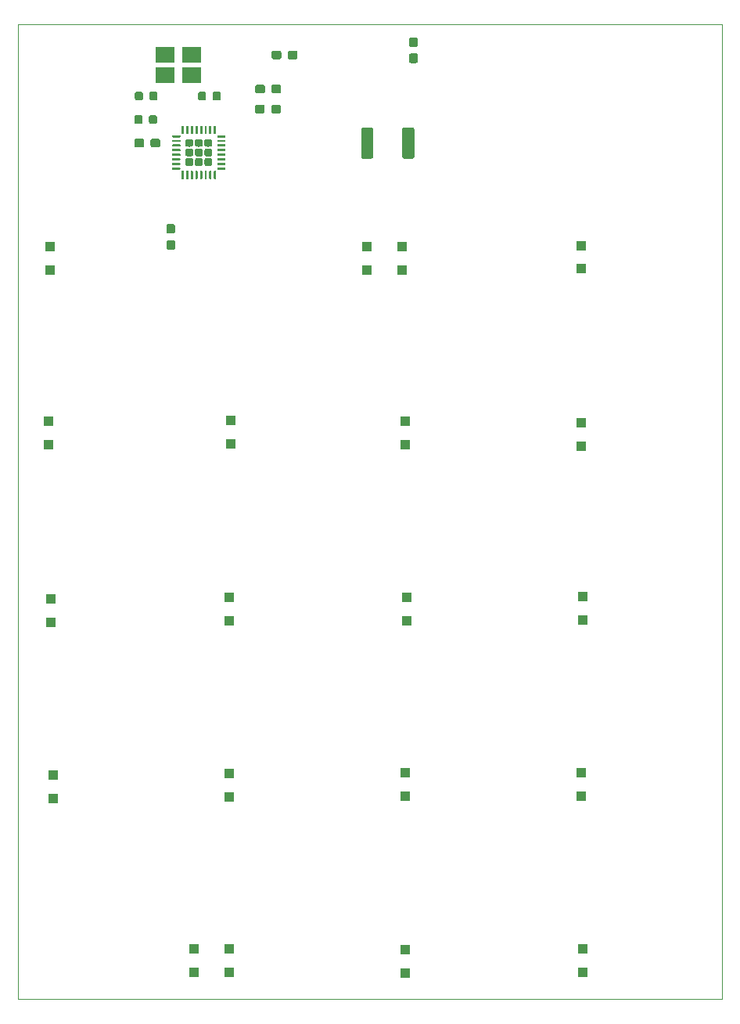
<source format=gbp>
G04 #@! TF.GenerationSoftware,KiCad,Pcbnew,(5.1.2)-2*
G04 #@! TF.CreationDate,2019-06-20T10:34:22-04:00*
G04 #@! TF.ProjectId,macropad,6d616372-6f70-4616-942e-6b696361645f,rev?*
G04 #@! TF.SameCoordinates,Original*
G04 #@! TF.FileFunction,Paste,Bot*
G04 #@! TF.FilePolarity,Positive*
%FSLAX46Y46*%
G04 Gerber Fmt 4.6, Leading zero omitted, Abs format (unit mm)*
G04 Created by KiCad (PCBNEW (5.1.2)-2) date 2019-06-20 10:34:22*
%MOMM*%
%LPD*%
G04 APERTURE LIST*
%ADD10C,0.100000*%
%ADD11R,1.000000X1.000000*%
%ADD12C,1.300000*%
%ADD13R,2.100000X1.725000*%
%ADD14C,0.875000*%
%ADD15C,0.250000*%
%ADD16C,0.830000*%
%ADD17C,0.950000*%
G04 APERTURE END LIST*
D10*
X172720000Y-38100000D02*
X121539000Y-38100000D01*
X172720000Y-143510000D02*
X172720000Y-38100000D01*
X96520000Y-143510000D02*
X172720000Y-143510000D01*
X96520000Y-38100000D02*
X96520000Y-143510000D01*
X121539000Y-38100000D02*
X96520000Y-38100000D01*
D11*
X115570000Y-138069000D03*
X115570000Y-140569000D03*
D10*
G36*
X134724504Y-49228204D02*
G01*
X134748773Y-49231804D01*
X134772571Y-49237765D01*
X134795671Y-49246030D01*
X134817849Y-49256520D01*
X134838893Y-49269133D01*
X134858598Y-49283747D01*
X134876777Y-49300223D01*
X134893253Y-49318402D01*
X134907867Y-49338107D01*
X134920480Y-49359151D01*
X134930970Y-49381329D01*
X134939235Y-49404429D01*
X134945196Y-49428227D01*
X134948796Y-49452496D01*
X134950000Y-49477000D01*
X134950000Y-52377000D01*
X134948796Y-52401504D01*
X134945196Y-52425773D01*
X134939235Y-52449571D01*
X134930970Y-52472671D01*
X134920480Y-52494849D01*
X134907867Y-52515893D01*
X134893253Y-52535598D01*
X134876777Y-52553777D01*
X134858598Y-52570253D01*
X134838893Y-52584867D01*
X134817849Y-52597480D01*
X134795671Y-52607970D01*
X134772571Y-52616235D01*
X134748773Y-52622196D01*
X134724504Y-52625796D01*
X134700000Y-52627000D01*
X133900000Y-52627000D01*
X133875496Y-52625796D01*
X133851227Y-52622196D01*
X133827429Y-52616235D01*
X133804329Y-52607970D01*
X133782151Y-52597480D01*
X133761107Y-52584867D01*
X133741402Y-52570253D01*
X133723223Y-52553777D01*
X133706747Y-52535598D01*
X133692133Y-52515893D01*
X133679520Y-52494849D01*
X133669030Y-52472671D01*
X133660765Y-52449571D01*
X133654804Y-52425773D01*
X133651204Y-52401504D01*
X133650000Y-52377000D01*
X133650000Y-49477000D01*
X133651204Y-49452496D01*
X133654804Y-49428227D01*
X133660765Y-49404429D01*
X133669030Y-49381329D01*
X133679520Y-49359151D01*
X133692133Y-49338107D01*
X133706747Y-49318402D01*
X133723223Y-49300223D01*
X133741402Y-49283747D01*
X133761107Y-49269133D01*
X133782151Y-49256520D01*
X133804329Y-49246030D01*
X133827429Y-49237765D01*
X133851227Y-49231804D01*
X133875496Y-49228204D01*
X133900000Y-49227000D01*
X134700000Y-49227000D01*
X134724504Y-49228204D01*
X134724504Y-49228204D01*
G37*
D12*
X134300000Y-50927000D03*
D10*
G36*
X139174504Y-49228204D02*
G01*
X139198773Y-49231804D01*
X139222571Y-49237765D01*
X139245671Y-49246030D01*
X139267849Y-49256520D01*
X139288893Y-49269133D01*
X139308598Y-49283747D01*
X139326777Y-49300223D01*
X139343253Y-49318402D01*
X139357867Y-49338107D01*
X139370480Y-49359151D01*
X139380970Y-49381329D01*
X139389235Y-49404429D01*
X139395196Y-49428227D01*
X139398796Y-49452496D01*
X139400000Y-49477000D01*
X139400000Y-52377000D01*
X139398796Y-52401504D01*
X139395196Y-52425773D01*
X139389235Y-52449571D01*
X139380970Y-52472671D01*
X139370480Y-52494849D01*
X139357867Y-52515893D01*
X139343253Y-52535598D01*
X139326777Y-52553777D01*
X139308598Y-52570253D01*
X139288893Y-52584867D01*
X139267849Y-52597480D01*
X139245671Y-52607970D01*
X139222571Y-52616235D01*
X139198773Y-52622196D01*
X139174504Y-52625796D01*
X139150000Y-52627000D01*
X138350000Y-52627000D01*
X138325496Y-52625796D01*
X138301227Y-52622196D01*
X138277429Y-52616235D01*
X138254329Y-52607970D01*
X138232151Y-52597480D01*
X138211107Y-52584867D01*
X138191402Y-52570253D01*
X138173223Y-52553777D01*
X138156747Y-52535598D01*
X138142133Y-52515893D01*
X138129520Y-52494849D01*
X138119030Y-52472671D01*
X138110765Y-52449571D01*
X138104804Y-52425773D01*
X138101204Y-52401504D01*
X138100000Y-52377000D01*
X138100000Y-49477000D01*
X138101204Y-49452496D01*
X138104804Y-49428227D01*
X138110765Y-49404429D01*
X138119030Y-49381329D01*
X138129520Y-49359151D01*
X138142133Y-49338107D01*
X138156747Y-49318402D01*
X138173223Y-49300223D01*
X138191402Y-49283747D01*
X138211107Y-49269133D01*
X138232151Y-49256520D01*
X138254329Y-49246030D01*
X138277429Y-49237765D01*
X138301227Y-49231804D01*
X138325496Y-49228204D01*
X138350000Y-49227000D01*
X139150000Y-49227000D01*
X139174504Y-49228204D01*
X139174504Y-49228204D01*
G37*
D12*
X138750000Y-50927000D03*
D13*
X112395000Y-43577000D03*
X115295000Y-43577000D03*
X115295000Y-41402000D03*
X112395000Y-41402000D03*
D10*
G36*
X116673691Y-45373053D02*
G01*
X116694926Y-45376203D01*
X116715750Y-45381419D01*
X116735962Y-45388651D01*
X116755368Y-45397830D01*
X116773781Y-45408866D01*
X116791024Y-45421654D01*
X116806930Y-45436070D01*
X116821346Y-45451976D01*
X116834134Y-45469219D01*
X116845170Y-45487632D01*
X116854349Y-45507038D01*
X116861581Y-45527250D01*
X116866797Y-45548074D01*
X116869947Y-45569309D01*
X116871000Y-45590750D01*
X116871000Y-46103250D01*
X116869947Y-46124691D01*
X116866797Y-46145926D01*
X116861581Y-46166750D01*
X116854349Y-46186962D01*
X116845170Y-46206368D01*
X116834134Y-46224781D01*
X116821346Y-46242024D01*
X116806930Y-46257930D01*
X116791024Y-46272346D01*
X116773781Y-46285134D01*
X116755368Y-46296170D01*
X116735962Y-46305349D01*
X116715750Y-46312581D01*
X116694926Y-46317797D01*
X116673691Y-46320947D01*
X116652250Y-46322000D01*
X116214750Y-46322000D01*
X116193309Y-46320947D01*
X116172074Y-46317797D01*
X116151250Y-46312581D01*
X116131038Y-46305349D01*
X116111632Y-46296170D01*
X116093219Y-46285134D01*
X116075976Y-46272346D01*
X116060070Y-46257930D01*
X116045654Y-46242024D01*
X116032866Y-46224781D01*
X116021830Y-46206368D01*
X116012651Y-46186962D01*
X116005419Y-46166750D01*
X116000203Y-46145926D01*
X115997053Y-46124691D01*
X115996000Y-46103250D01*
X115996000Y-45590750D01*
X115997053Y-45569309D01*
X116000203Y-45548074D01*
X116005419Y-45527250D01*
X116012651Y-45507038D01*
X116021830Y-45487632D01*
X116032866Y-45469219D01*
X116045654Y-45451976D01*
X116060070Y-45436070D01*
X116075976Y-45421654D01*
X116093219Y-45408866D01*
X116111632Y-45397830D01*
X116131038Y-45388651D01*
X116151250Y-45381419D01*
X116172074Y-45376203D01*
X116193309Y-45373053D01*
X116214750Y-45372000D01*
X116652250Y-45372000D01*
X116673691Y-45373053D01*
X116673691Y-45373053D01*
G37*
D14*
X116433500Y-45847000D03*
D10*
G36*
X118248691Y-45373053D02*
G01*
X118269926Y-45376203D01*
X118290750Y-45381419D01*
X118310962Y-45388651D01*
X118330368Y-45397830D01*
X118348781Y-45408866D01*
X118366024Y-45421654D01*
X118381930Y-45436070D01*
X118396346Y-45451976D01*
X118409134Y-45469219D01*
X118420170Y-45487632D01*
X118429349Y-45507038D01*
X118436581Y-45527250D01*
X118441797Y-45548074D01*
X118444947Y-45569309D01*
X118446000Y-45590750D01*
X118446000Y-46103250D01*
X118444947Y-46124691D01*
X118441797Y-46145926D01*
X118436581Y-46166750D01*
X118429349Y-46186962D01*
X118420170Y-46206368D01*
X118409134Y-46224781D01*
X118396346Y-46242024D01*
X118381930Y-46257930D01*
X118366024Y-46272346D01*
X118348781Y-46285134D01*
X118330368Y-46296170D01*
X118310962Y-46305349D01*
X118290750Y-46312581D01*
X118269926Y-46317797D01*
X118248691Y-46320947D01*
X118227250Y-46322000D01*
X117789750Y-46322000D01*
X117768309Y-46320947D01*
X117747074Y-46317797D01*
X117726250Y-46312581D01*
X117706038Y-46305349D01*
X117686632Y-46296170D01*
X117668219Y-46285134D01*
X117650976Y-46272346D01*
X117635070Y-46257930D01*
X117620654Y-46242024D01*
X117607866Y-46224781D01*
X117596830Y-46206368D01*
X117587651Y-46186962D01*
X117580419Y-46166750D01*
X117575203Y-46145926D01*
X117572053Y-46124691D01*
X117571000Y-46103250D01*
X117571000Y-45590750D01*
X117572053Y-45569309D01*
X117575203Y-45548074D01*
X117580419Y-45527250D01*
X117587651Y-45507038D01*
X117596830Y-45487632D01*
X117607866Y-45469219D01*
X117620654Y-45451976D01*
X117635070Y-45436070D01*
X117650976Y-45421654D01*
X117668219Y-45408866D01*
X117686632Y-45397830D01*
X117706038Y-45388651D01*
X117726250Y-45381419D01*
X117747074Y-45376203D01*
X117768309Y-45373053D01*
X117789750Y-45372000D01*
X118227250Y-45372000D01*
X118248691Y-45373053D01*
X118248691Y-45373053D01*
G37*
D14*
X118008500Y-45847000D03*
D10*
G36*
X111416191Y-45373053D02*
G01*
X111437426Y-45376203D01*
X111458250Y-45381419D01*
X111478462Y-45388651D01*
X111497868Y-45397830D01*
X111516281Y-45408866D01*
X111533524Y-45421654D01*
X111549430Y-45436070D01*
X111563846Y-45451976D01*
X111576634Y-45469219D01*
X111587670Y-45487632D01*
X111596849Y-45507038D01*
X111604081Y-45527250D01*
X111609297Y-45548074D01*
X111612447Y-45569309D01*
X111613500Y-45590750D01*
X111613500Y-46103250D01*
X111612447Y-46124691D01*
X111609297Y-46145926D01*
X111604081Y-46166750D01*
X111596849Y-46186962D01*
X111587670Y-46206368D01*
X111576634Y-46224781D01*
X111563846Y-46242024D01*
X111549430Y-46257930D01*
X111533524Y-46272346D01*
X111516281Y-46285134D01*
X111497868Y-46296170D01*
X111478462Y-46305349D01*
X111458250Y-46312581D01*
X111437426Y-46317797D01*
X111416191Y-46320947D01*
X111394750Y-46322000D01*
X110957250Y-46322000D01*
X110935809Y-46320947D01*
X110914574Y-46317797D01*
X110893750Y-46312581D01*
X110873538Y-46305349D01*
X110854132Y-46296170D01*
X110835719Y-46285134D01*
X110818476Y-46272346D01*
X110802570Y-46257930D01*
X110788154Y-46242024D01*
X110775366Y-46224781D01*
X110764330Y-46206368D01*
X110755151Y-46186962D01*
X110747919Y-46166750D01*
X110742703Y-46145926D01*
X110739553Y-46124691D01*
X110738500Y-46103250D01*
X110738500Y-45590750D01*
X110739553Y-45569309D01*
X110742703Y-45548074D01*
X110747919Y-45527250D01*
X110755151Y-45507038D01*
X110764330Y-45487632D01*
X110775366Y-45469219D01*
X110788154Y-45451976D01*
X110802570Y-45436070D01*
X110818476Y-45421654D01*
X110835719Y-45408866D01*
X110854132Y-45397830D01*
X110873538Y-45388651D01*
X110893750Y-45381419D01*
X110914574Y-45376203D01*
X110935809Y-45373053D01*
X110957250Y-45372000D01*
X111394750Y-45372000D01*
X111416191Y-45373053D01*
X111416191Y-45373053D01*
G37*
D14*
X111176000Y-45847000D03*
D10*
G36*
X109841191Y-45373053D02*
G01*
X109862426Y-45376203D01*
X109883250Y-45381419D01*
X109903462Y-45388651D01*
X109922868Y-45397830D01*
X109941281Y-45408866D01*
X109958524Y-45421654D01*
X109974430Y-45436070D01*
X109988846Y-45451976D01*
X110001634Y-45469219D01*
X110012670Y-45487632D01*
X110021849Y-45507038D01*
X110029081Y-45527250D01*
X110034297Y-45548074D01*
X110037447Y-45569309D01*
X110038500Y-45590750D01*
X110038500Y-46103250D01*
X110037447Y-46124691D01*
X110034297Y-46145926D01*
X110029081Y-46166750D01*
X110021849Y-46186962D01*
X110012670Y-46206368D01*
X110001634Y-46224781D01*
X109988846Y-46242024D01*
X109974430Y-46257930D01*
X109958524Y-46272346D01*
X109941281Y-46285134D01*
X109922868Y-46296170D01*
X109903462Y-46305349D01*
X109883250Y-46312581D01*
X109862426Y-46317797D01*
X109841191Y-46320947D01*
X109819750Y-46322000D01*
X109382250Y-46322000D01*
X109360809Y-46320947D01*
X109339574Y-46317797D01*
X109318750Y-46312581D01*
X109298538Y-46305349D01*
X109279132Y-46296170D01*
X109260719Y-46285134D01*
X109243476Y-46272346D01*
X109227570Y-46257930D01*
X109213154Y-46242024D01*
X109200366Y-46224781D01*
X109189330Y-46206368D01*
X109180151Y-46186962D01*
X109172919Y-46166750D01*
X109167703Y-46145926D01*
X109164553Y-46124691D01*
X109163500Y-46103250D01*
X109163500Y-45590750D01*
X109164553Y-45569309D01*
X109167703Y-45548074D01*
X109172919Y-45527250D01*
X109180151Y-45507038D01*
X109189330Y-45487632D01*
X109200366Y-45469219D01*
X109213154Y-45451976D01*
X109227570Y-45436070D01*
X109243476Y-45421654D01*
X109260719Y-45408866D01*
X109279132Y-45397830D01*
X109298538Y-45388651D01*
X109318750Y-45381419D01*
X109339574Y-45376203D01*
X109360809Y-45373053D01*
X109382250Y-45372000D01*
X109819750Y-45372000D01*
X109841191Y-45373053D01*
X109841191Y-45373053D01*
G37*
D14*
X109601000Y-45847000D03*
D10*
G36*
X114021626Y-50068301D02*
G01*
X114027693Y-50069201D01*
X114033643Y-50070691D01*
X114039418Y-50072758D01*
X114044962Y-50075380D01*
X114050223Y-50078533D01*
X114055150Y-50082187D01*
X114059694Y-50086306D01*
X114063813Y-50090850D01*
X114067467Y-50095777D01*
X114070620Y-50101038D01*
X114073242Y-50106582D01*
X114075309Y-50112357D01*
X114076799Y-50118307D01*
X114077699Y-50124374D01*
X114078000Y-50130500D01*
X114078000Y-50255500D01*
X114077699Y-50261626D01*
X114076799Y-50267693D01*
X114075309Y-50273643D01*
X114073242Y-50279418D01*
X114070620Y-50284962D01*
X114067467Y-50290223D01*
X114063813Y-50295150D01*
X114059694Y-50299694D01*
X114055150Y-50303813D01*
X114050223Y-50307467D01*
X114044962Y-50310620D01*
X114039418Y-50313242D01*
X114033643Y-50315309D01*
X114027693Y-50316799D01*
X114021626Y-50317699D01*
X114015500Y-50318000D01*
X113265500Y-50318000D01*
X113259374Y-50317699D01*
X113253307Y-50316799D01*
X113247357Y-50315309D01*
X113241582Y-50313242D01*
X113236038Y-50310620D01*
X113230777Y-50307467D01*
X113225850Y-50303813D01*
X113221306Y-50299694D01*
X113217187Y-50295150D01*
X113213533Y-50290223D01*
X113210380Y-50284962D01*
X113207758Y-50279418D01*
X113205691Y-50273643D01*
X113204201Y-50267693D01*
X113203301Y-50261626D01*
X113203000Y-50255500D01*
X113203000Y-50130500D01*
X113203301Y-50124374D01*
X113204201Y-50118307D01*
X113205691Y-50112357D01*
X113207758Y-50106582D01*
X113210380Y-50101038D01*
X113213533Y-50095777D01*
X113217187Y-50090850D01*
X113221306Y-50086306D01*
X113225850Y-50082187D01*
X113230777Y-50078533D01*
X113236038Y-50075380D01*
X113241582Y-50072758D01*
X113247357Y-50070691D01*
X113253307Y-50069201D01*
X113259374Y-50068301D01*
X113265500Y-50068000D01*
X114015500Y-50068000D01*
X114021626Y-50068301D01*
X114021626Y-50068301D01*
G37*
D15*
X113640500Y-50193000D03*
D10*
G36*
X114021626Y-50568301D02*
G01*
X114027693Y-50569201D01*
X114033643Y-50570691D01*
X114039418Y-50572758D01*
X114044962Y-50575380D01*
X114050223Y-50578533D01*
X114055150Y-50582187D01*
X114059694Y-50586306D01*
X114063813Y-50590850D01*
X114067467Y-50595777D01*
X114070620Y-50601038D01*
X114073242Y-50606582D01*
X114075309Y-50612357D01*
X114076799Y-50618307D01*
X114077699Y-50624374D01*
X114078000Y-50630500D01*
X114078000Y-50755500D01*
X114077699Y-50761626D01*
X114076799Y-50767693D01*
X114075309Y-50773643D01*
X114073242Y-50779418D01*
X114070620Y-50784962D01*
X114067467Y-50790223D01*
X114063813Y-50795150D01*
X114059694Y-50799694D01*
X114055150Y-50803813D01*
X114050223Y-50807467D01*
X114044962Y-50810620D01*
X114039418Y-50813242D01*
X114033643Y-50815309D01*
X114027693Y-50816799D01*
X114021626Y-50817699D01*
X114015500Y-50818000D01*
X113265500Y-50818000D01*
X113259374Y-50817699D01*
X113253307Y-50816799D01*
X113247357Y-50815309D01*
X113241582Y-50813242D01*
X113236038Y-50810620D01*
X113230777Y-50807467D01*
X113225850Y-50803813D01*
X113221306Y-50799694D01*
X113217187Y-50795150D01*
X113213533Y-50790223D01*
X113210380Y-50784962D01*
X113207758Y-50779418D01*
X113205691Y-50773643D01*
X113204201Y-50767693D01*
X113203301Y-50761626D01*
X113203000Y-50755500D01*
X113203000Y-50630500D01*
X113203301Y-50624374D01*
X113204201Y-50618307D01*
X113205691Y-50612357D01*
X113207758Y-50606582D01*
X113210380Y-50601038D01*
X113213533Y-50595777D01*
X113217187Y-50590850D01*
X113221306Y-50586306D01*
X113225850Y-50582187D01*
X113230777Y-50578533D01*
X113236038Y-50575380D01*
X113241582Y-50572758D01*
X113247357Y-50570691D01*
X113253307Y-50569201D01*
X113259374Y-50568301D01*
X113265500Y-50568000D01*
X114015500Y-50568000D01*
X114021626Y-50568301D01*
X114021626Y-50568301D01*
G37*
D15*
X113640500Y-50693000D03*
D10*
G36*
X114021626Y-51068301D02*
G01*
X114027693Y-51069201D01*
X114033643Y-51070691D01*
X114039418Y-51072758D01*
X114044962Y-51075380D01*
X114050223Y-51078533D01*
X114055150Y-51082187D01*
X114059694Y-51086306D01*
X114063813Y-51090850D01*
X114067467Y-51095777D01*
X114070620Y-51101038D01*
X114073242Y-51106582D01*
X114075309Y-51112357D01*
X114076799Y-51118307D01*
X114077699Y-51124374D01*
X114078000Y-51130500D01*
X114078000Y-51255500D01*
X114077699Y-51261626D01*
X114076799Y-51267693D01*
X114075309Y-51273643D01*
X114073242Y-51279418D01*
X114070620Y-51284962D01*
X114067467Y-51290223D01*
X114063813Y-51295150D01*
X114059694Y-51299694D01*
X114055150Y-51303813D01*
X114050223Y-51307467D01*
X114044962Y-51310620D01*
X114039418Y-51313242D01*
X114033643Y-51315309D01*
X114027693Y-51316799D01*
X114021626Y-51317699D01*
X114015500Y-51318000D01*
X113265500Y-51318000D01*
X113259374Y-51317699D01*
X113253307Y-51316799D01*
X113247357Y-51315309D01*
X113241582Y-51313242D01*
X113236038Y-51310620D01*
X113230777Y-51307467D01*
X113225850Y-51303813D01*
X113221306Y-51299694D01*
X113217187Y-51295150D01*
X113213533Y-51290223D01*
X113210380Y-51284962D01*
X113207758Y-51279418D01*
X113205691Y-51273643D01*
X113204201Y-51267693D01*
X113203301Y-51261626D01*
X113203000Y-51255500D01*
X113203000Y-51130500D01*
X113203301Y-51124374D01*
X113204201Y-51118307D01*
X113205691Y-51112357D01*
X113207758Y-51106582D01*
X113210380Y-51101038D01*
X113213533Y-51095777D01*
X113217187Y-51090850D01*
X113221306Y-51086306D01*
X113225850Y-51082187D01*
X113230777Y-51078533D01*
X113236038Y-51075380D01*
X113241582Y-51072758D01*
X113247357Y-51070691D01*
X113253307Y-51069201D01*
X113259374Y-51068301D01*
X113265500Y-51068000D01*
X114015500Y-51068000D01*
X114021626Y-51068301D01*
X114021626Y-51068301D01*
G37*
D15*
X113640500Y-51193000D03*
D10*
G36*
X114021626Y-51568301D02*
G01*
X114027693Y-51569201D01*
X114033643Y-51570691D01*
X114039418Y-51572758D01*
X114044962Y-51575380D01*
X114050223Y-51578533D01*
X114055150Y-51582187D01*
X114059694Y-51586306D01*
X114063813Y-51590850D01*
X114067467Y-51595777D01*
X114070620Y-51601038D01*
X114073242Y-51606582D01*
X114075309Y-51612357D01*
X114076799Y-51618307D01*
X114077699Y-51624374D01*
X114078000Y-51630500D01*
X114078000Y-51755500D01*
X114077699Y-51761626D01*
X114076799Y-51767693D01*
X114075309Y-51773643D01*
X114073242Y-51779418D01*
X114070620Y-51784962D01*
X114067467Y-51790223D01*
X114063813Y-51795150D01*
X114059694Y-51799694D01*
X114055150Y-51803813D01*
X114050223Y-51807467D01*
X114044962Y-51810620D01*
X114039418Y-51813242D01*
X114033643Y-51815309D01*
X114027693Y-51816799D01*
X114021626Y-51817699D01*
X114015500Y-51818000D01*
X113265500Y-51818000D01*
X113259374Y-51817699D01*
X113253307Y-51816799D01*
X113247357Y-51815309D01*
X113241582Y-51813242D01*
X113236038Y-51810620D01*
X113230777Y-51807467D01*
X113225850Y-51803813D01*
X113221306Y-51799694D01*
X113217187Y-51795150D01*
X113213533Y-51790223D01*
X113210380Y-51784962D01*
X113207758Y-51779418D01*
X113205691Y-51773643D01*
X113204201Y-51767693D01*
X113203301Y-51761626D01*
X113203000Y-51755500D01*
X113203000Y-51630500D01*
X113203301Y-51624374D01*
X113204201Y-51618307D01*
X113205691Y-51612357D01*
X113207758Y-51606582D01*
X113210380Y-51601038D01*
X113213533Y-51595777D01*
X113217187Y-51590850D01*
X113221306Y-51586306D01*
X113225850Y-51582187D01*
X113230777Y-51578533D01*
X113236038Y-51575380D01*
X113241582Y-51572758D01*
X113247357Y-51570691D01*
X113253307Y-51569201D01*
X113259374Y-51568301D01*
X113265500Y-51568000D01*
X114015500Y-51568000D01*
X114021626Y-51568301D01*
X114021626Y-51568301D01*
G37*
D15*
X113640500Y-51693000D03*
D10*
G36*
X114021626Y-52068301D02*
G01*
X114027693Y-52069201D01*
X114033643Y-52070691D01*
X114039418Y-52072758D01*
X114044962Y-52075380D01*
X114050223Y-52078533D01*
X114055150Y-52082187D01*
X114059694Y-52086306D01*
X114063813Y-52090850D01*
X114067467Y-52095777D01*
X114070620Y-52101038D01*
X114073242Y-52106582D01*
X114075309Y-52112357D01*
X114076799Y-52118307D01*
X114077699Y-52124374D01*
X114078000Y-52130500D01*
X114078000Y-52255500D01*
X114077699Y-52261626D01*
X114076799Y-52267693D01*
X114075309Y-52273643D01*
X114073242Y-52279418D01*
X114070620Y-52284962D01*
X114067467Y-52290223D01*
X114063813Y-52295150D01*
X114059694Y-52299694D01*
X114055150Y-52303813D01*
X114050223Y-52307467D01*
X114044962Y-52310620D01*
X114039418Y-52313242D01*
X114033643Y-52315309D01*
X114027693Y-52316799D01*
X114021626Y-52317699D01*
X114015500Y-52318000D01*
X113265500Y-52318000D01*
X113259374Y-52317699D01*
X113253307Y-52316799D01*
X113247357Y-52315309D01*
X113241582Y-52313242D01*
X113236038Y-52310620D01*
X113230777Y-52307467D01*
X113225850Y-52303813D01*
X113221306Y-52299694D01*
X113217187Y-52295150D01*
X113213533Y-52290223D01*
X113210380Y-52284962D01*
X113207758Y-52279418D01*
X113205691Y-52273643D01*
X113204201Y-52267693D01*
X113203301Y-52261626D01*
X113203000Y-52255500D01*
X113203000Y-52130500D01*
X113203301Y-52124374D01*
X113204201Y-52118307D01*
X113205691Y-52112357D01*
X113207758Y-52106582D01*
X113210380Y-52101038D01*
X113213533Y-52095777D01*
X113217187Y-52090850D01*
X113221306Y-52086306D01*
X113225850Y-52082187D01*
X113230777Y-52078533D01*
X113236038Y-52075380D01*
X113241582Y-52072758D01*
X113247357Y-52070691D01*
X113253307Y-52069201D01*
X113259374Y-52068301D01*
X113265500Y-52068000D01*
X114015500Y-52068000D01*
X114021626Y-52068301D01*
X114021626Y-52068301D01*
G37*
D15*
X113640500Y-52193000D03*
D10*
G36*
X114021626Y-52568301D02*
G01*
X114027693Y-52569201D01*
X114033643Y-52570691D01*
X114039418Y-52572758D01*
X114044962Y-52575380D01*
X114050223Y-52578533D01*
X114055150Y-52582187D01*
X114059694Y-52586306D01*
X114063813Y-52590850D01*
X114067467Y-52595777D01*
X114070620Y-52601038D01*
X114073242Y-52606582D01*
X114075309Y-52612357D01*
X114076799Y-52618307D01*
X114077699Y-52624374D01*
X114078000Y-52630500D01*
X114078000Y-52755500D01*
X114077699Y-52761626D01*
X114076799Y-52767693D01*
X114075309Y-52773643D01*
X114073242Y-52779418D01*
X114070620Y-52784962D01*
X114067467Y-52790223D01*
X114063813Y-52795150D01*
X114059694Y-52799694D01*
X114055150Y-52803813D01*
X114050223Y-52807467D01*
X114044962Y-52810620D01*
X114039418Y-52813242D01*
X114033643Y-52815309D01*
X114027693Y-52816799D01*
X114021626Y-52817699D01*
X114015500Y-52818000D01*
X113265500Y-52818000D01*
X113259374Y-52817699D01*
X113253307Y-52816799D01*
X113247357Y-52815309D01*
X113241582Y-52813242D01*
X113236038Y-52810620D01*
X113230777Y-52807467D01*
X113225850Y-52803813D01*
X113221306Y-52799694D01*
X113217187Y-52795150D01*
X113213533Y-52790223D01*
X113210380Y-52784962D01*
X113207758Y-52779418D01*
X113205691Y-52773643D01*
X113204201Y-52767693D01*
X113203301Y-52761626D01*
X113203000Y-52755500D01*
X113203000Y-52630500D01*
X113203301Y-52624374D01*
X113204201Y-52618307D01*
X113205691Y-52612357D01*
X113207758Y-52606582D01*
X113210380Y-52601038D01*
X113213533Y-52595777D01*
X113217187Y-52590850D01*
X113221306Y-52586306D01*
X113225850Y-52582187D01*
X113230777Y-52578533D01*
X113236038Y-52575380D01*
X113241582Y-52572758D01*
X113247357Y-52570691D01*
X113253307Y-52569201D01*
X113259374Y-52568301D01*
X113265500Y-52568000D01*
X114015500Y-52568000D01*
X114021626Y-52568301D01*
X114021626Y-52568301D01*
G37*
D15*
X113640500Y-52693000D03*
D10*
G36*
X114021626Y-53068301D02*
G01*
X114027693Y-53069201D01*
X114033643Y-53070691D01*
X114039418Y-53072758D01*
X114044962Y-53075380D01*
X114050223Y-53078533D01*
X114055150Y-53082187D01*
X114059694Y-53086306D01*
X114063813Y-53090850D01*
X114067467Y-53095777D01*
X114070620Y-53101038D01*
X114073242Y-53106582D01*
X114075309Y-53112357D01*
X114076799Y-53118307D01*
X114077699Y-53124374D01*
X114078000Y-53130500D01*
X114078000Y-53255500D01*
X114077699Y-53261626D01*
X114076799Y-53267693D01*
X114075309Y-53273643D01*
X114073242Y-53279418D01*
X114070620Y-53284962D01*
X114067467Y-53290223D01*
X114063813Y-53295150D01*
X114059694Y-53299694D01*
X114055150Y-53303813D01*
X114050223Y-53307467D01*
X114044962Y-53310620D01*
X114039418Y-53313242D01*
X114033643Y-53315309D01*
X114027693Y-53316799D01*
X114021626Y-53317699D01*
X114015500Y-53318000D01*
X113265500Y-53318000D01*
X113259374Y-53317699D01*
X113253307Y-53316799D01*
X113247357Y-53315309D01*
X113241582Y-53313242D01*
X113236038Y-53310620D01*
X113230777Y-53307467D01*
X113225850Y-53303813D01*
X113221306Y-53299694D01*
X113217187Y-53295150D01*
X113213533Y-53290223D01*
X113210380Y-53284962D01*
X113207758Y-53279418D01*
X113205691Y-53273643D01*
X113204201Y-53267693D01*
X113203301Y-53261626D01*
X113203000Y-53255500D01*
X113203000Y-53130500D01*
X113203301Y-53124374D01*
X113204201Y-53118307D01*
X113205691Y-53112357D01*
X113207758Y-53106582D01*
X113210380Y-53101038D01*
X113213533Y-53095777D01*
X113217187Y-53090850D01*
X113221306Y-53086306D01*
X113225850Y-53082187D01*
X113230777Y-53078533D01*
X113236038Y-53075380D01*
X113241582Y-53072758D01*
X113247357Y-53070691D01*
X113253307Y-53069201D01*
X113259374Y-53068301D01*
X113265500Y-53068000D01*
X114015500Y-53068000D01*
X114021626Y-53068301D01*
X114021626Y-53068301D01*
G37*
D15*
X113640500Y-53193000D03*
D10*
G36*
X114021626Y-53568301D02*
G01*
X114027693Y-53569201D01*
X114033643Y-53570691D01*
X114039418Y-53572758D01*
X114044962Y-53575380D01*
X114050223Y-53578533D01*
X114055150Y-53582187D01*
X114059694Y-53586306D01*
X114063813Y-53590850D01*
X114067467Y-53595777D01*
X114070620Y-53601038D01*
X114073242Y-53606582D01*
X114075309Y-53612357D01*
X114076799Y-53618307D01*
X114077699Y-53624374D01*
X114078000Y-53630500D01*
X114078000Y-53755500D01*
X114077699Y-53761626D01*
X114076799Y-53767693D01*
X114075309Y-53773643D01*
X114073242Y-53779418D01*
X114070620Y-53784962D01*
X114067467Y-53790223D01*
X114063813Y-53795150D01*
X114059694Y-53799694D01*
X114055150Y-53803813D01*
X114050223Y-53807467D01*
X114044962Y-53810620D01*
X114039418Y-53813242D01*
X114033643Y-53815309D01*
X114027693Y-53816799D01*
X114021626Y-53817699D01*
X114015500Y-53818000D01*
X113265500Y-53818000D01*
X113259374Y-53817699D01*
X113253307Y-53816799D01*
X113247357Y-53815309D01*
X113241582Y-53813242D01*
X113236038Y-53810620D01*
X113230777Y-53807467D01*
X113225850Y-53803813D01*
X113221306Y-53799694D01*
X113217187Y-53795150D01*
X113213533Y-53790223D01*
X113210380Y-53784962D01*
X113207758Y-53779418D01*
X113205691Y-53773643D01*
X113204201Y-53767693D01*
X113203301Y-53761626D01*
X113203000Y-53755500D01*
X113203000Y-53630500D01*
X113203301Y-53624374D01*
X113204201Y-53618307D01*
X113205691Y-53612357D01*
X113207758Y-53606582D01*
X113210380Y-53601038D01*
X113213533Y-53595777D01*
X113217187Y-53590850D01*
X113221306Y-53586306D01*
X113225850Y-53582187D01*
X113230777Y-53578533D01*
X113236038Y-53575380D01*
X113241582Y-53572758D01*
X113247357Y-53570691D01*
X113253307Y-53569201D01*
X113259374Y-53568301D01*
X113265500Y-53568000D01*
X114015500Y-53568000D01*
X114021626Y-53568301D01*
X114021626Y-53568301D01*
G37*
D15*
X113640500Y-53693000D03*
D10*
G36*
X114396626Y-53943301D02*
G01*
X114402693Y-53944201D01*
X114408643Y-53945691D01*
X114414418Y-53947758D01*
X114419962Y-53950380D01*
X114425223Y-53953533D01*
X114430150Y-53957187D01*
X114434694Y-53961306D01*
X114438813Y-53965850D01*
X114442467Y-53970777D01*
X114445620Y-53976038D01*
X114448242Y-53981582D01*
X114450309Y-53987357D01*
X114451799Y-53993307D01*
X114452699Y-53999374D01*
X114453000Y-54005500D01*
X114453000Y-54755500D01*
X114452699Y-54761626D01*
X114451799Y-54767693D01*
X114450309Y-54773643D01*
X114448242Y-54779418D01*
X114445620Y-54784962D01*
X114442467Y-54790223D01*
X114438813Y-54795150D01*
X114434694Y-54799694D01*
X114430150Y-54803813D01*
X114425223Y-54807467D01*
X114419962Y-54810620D01*
X114414418Y-54813242D01*
X114408643Y-54815309D01*
X114402693Y-54816799D01*
X114396626Y-54817699D01*
X114390500Y-54818000D01*
X114265500Y-54818000D01*
X114259374Y-54817699D01*
X114253307Y-54816799D01*
X114247357Y-54815309D01*
X114241582Y-54813242D01*
X114236038Y-54810620D01*
X114230777Y-54807467D01*
X114225850Y-54803813D01*
X114221306Y-54799694D01*
X114217187Y-54795150D01*
X114213533Y-54790223D01*
X114210380Y-54784962D01*
X114207758Y-54779418D01*
X114205691Y-54773643D01*
X114204201Y-54767693D01*
X114203301Y-54761626D01*
X114203000Y-54755500D01*
X114203000Y-54005500D01*
X114203301Y-53999374D01*
X114204201Y-53993307D01*
X114205691Y-53987357D01*
X114207758Y-53981582D01*
X114210380Y-53976038D01*
X114213533Y-53970777D01*
X114217187Y-53965850D01*
X114221306Y-53961306D01*
X114225850Y-53957187D01*
X114230777Y-53953533D01*
X114236038Y-53950380D01*
X114241582Y-53947758D01*
X114247357Y-53945691D01*
X114253307Y-53944201D01*
X114259374Y-53943301D01*
X114265500Y-53943000D01*
X114390500Y-53943000D01*
X114396626Y-53943301D01*
X114396626Y-53943301D01*
G37*
D15*
X114328000Y-54380500D03*
D10*
G36*
X114896626Y-53943301D02*
G01*
X114902693Y-53944201D01*
X114908643Y-53945691D01*
X114914418Y-53947758D01*
X114919962Y-53950380D01*
X114925223Y-53953533D01*
X114930150Y-53957187D01*
X114934694Y-53961306D01*
X114938813Y-53965850D01*
X114942467Y-53970777D01*
X114945620Y-53976038D01*
X114948242Y-53981582D01*
X114950309Y-53987357D01*
X114951799Y-53993307D01*
X114952699Y-53999374D01*
X114953000Y-54005500D01*
X114953000Y-54755500D01*
X114952699Y-54761626D01*
X114951799Y-54767693D01*
X114950309Y-54773643D01*
X114948242Y-54779418D01*
X114945620Y-54784962D01*
X114942467Y-54790223D01*
X114938813Y-54795150D01*
X114934694Y-54799694D01*
X114930150Y-54803813D01*
X114925223Y-54807467D01*
X114919962Y-54810620D01*
X114914418Y-54813242D01*
X114908643Y-54815309D01*
X114902693Y-54816799D01*
X114896626Y-54817699D01*
X114890500Y-54818000D01*
X114765500Y-54818000D01*
X114759374Y-54817699D01*
X114753307Y-54816799D01*
X114747357Y-54815309D01*
X114741582Y-54813242D01*
X114736038Y-54810620D01*
X114730777Y-54807467D01*
X114725850Y-54803813D01*
X114721306Y-54799694D01*
X114717187Y-54795150D01*
X114713533Y-54790223D01*
X114710380Y-54784962D01*
X114707758Y-54779418D01*
X114705691Y-54773643D01*
X114704201Y-54767693D01*
X114703301Y-54761626D01*
X114703000Y-54755500D01*
X114703000Y-54005500D01*
X114703301Y-53999374D01*
X114704201Y-53993307D01*
X114705691Y-53987357D01*
X114707758Y-53981582D01*
X114710380Y-53976038D01*
X114713533Y-53970777D01*
X114717187Y-53965850D01*
X114721306Y-53961306D01*
X114725850Y-53957187D01*
X114730777Y-53953533D01*
X114736038Y-53950380D01*
X114741582Y-53947758D01*
X114747357Y-53945691D01*
X114753307Y-53944201D01*
X114759374Y-53943301D01*
X114765500Y-53943000D01*
X114890500Y-53943000D01*
X114896626Y-53943301D01*
X114896626Y-53943301D01*
G37*
D15*
X114828000Y-54380500D03*
D10*
G36*
X115396626Y-53943301D02*
G01*
X115402693Y-53944201D01*
X115408643Y-53945691D01*
X115414418Y-53947758D01*
X115419962Y-53950380D01*
X115425223Y-53953533D01*
X115430150Y-53957187D01*
X115434694Y-53961306D01*
X115438813Y-53965850D01*
X115442467Y-53970777D01*
X115445620Y-53976038D01*
X115448242Y-53981582D01*
X115450309Y-53987357D01*
X115451799Y-53993307D01*
X115452699Y-53999374D01*
X115453000Y-54005500D01*
X115453000Y-54755500D01*
X115452699Y-54761626D01*
X115451799Y-54767693D01*
X115450309Y-54773643D01*
X115448242Y-54779418D01*
X115445620Y-54784962D01*
X115442467Y-54790223D01*
X115438813Y-54795150D01*
X115434694Y-54799694D01*
X115430150Y-54803813D01*
X115425223Y-54807467D01*
X115419962Y-54810620D01*
X115414418Y-54813242D01*
X115408643Y-54815309D01*
X115402693Y-54816799D01*
X115396626Y-54817699D01*
X115390500Y-54818000D01*
X115265500Y-54818000D01*
X115259374Y-54817699D01*
X115253307Y-54816799D01*
X115247357Y-54815309D01*
X115241582Y-54813242D01*
X115236038Y-54810620D01*
X115230777Y-54807467D01*
X115225850Y-54803813D01*
X115221306Y-54799694D01*
X115217187Y-54795150D01*
X115213533Y-54790223D01*
X115210380Y-54784962D01*
X115207758Y-54779418D01*
X115205691Y-54773643D01*
X115204201Y-54767693D01*
X115203301Y-54761626D01*
X115203000Y-54755500D01*
X115203000Y-54005500D01*
X115203301Y-53999374D01*
X115204201Y-53993307D01*
X115205691Y-53987357D01*
X115207758Y-53981582D01*
X115210380Y-53976038D01*
X115213533Y-53970777D01*
X115217187Y-53965850D01*
X115221306Y-53961306D01*
X115225850Y-53957187D01*
X115230777Y-53953533D01*
X115236038Y-53950380D01*
X115241582Y-53947758D01*
X115247357Y-53945691D01*
X115253307Y-53944201D01*
X115259374Y-53943301D01*
X115265500Y-53943000D01*
X115390500Y-53943000D01*
X115396626Y-53943301D01*
X115396626Y-53943301D01*
G37*
D15*
X115328000Y-54380500D03*
D10*
G36*
X115896626Y-53943301D02*
G01*
X115902693Y-53944201D01*
X115908643Y-53945691D01*
X115914418Y-53947758D01*
X115919962Y-53950380D01*
X115925223Y-53953533D01*
X115930150Y-53957187D01*
X115934694Y-53961306D01*
X115938813Y-53965850D01*
X115942467Y-53970777D01*
X115945620Y-53976038D01*
X115948242Y-53981582D01*
X115950309Y-53987357D01*
X115951799Y-53993307D01*
X115952699Y-53999374D01*
X115953000Y-54005500D01*
X115953000Y-54755500D01*
X115952699Y-54761626D01*
X115951799Y-54767693D01*
X115950309Y-54773643D01*
X115948242Y-54779418D01*
X115945620Y-54784962D01*
X115942467Y-54790223D01*
X115938813Y-54795150D01*
X115934694Y-54799694D01*
X115930150Y-54803813D01*
X115925223Y-54807467D01*
X115919962Y-54810620D01*
X115914418Y-54813242D01*
X115908643Y-54815309D01*
X115902693Y-54816799D01*
X115896626Y-54817699D01*
X115890500Y-54818000D01*
X115765500Y-54818000D01*
X115759374Y-54817699D01*
X115753307Y-54816799D01*
X115747357Y-54815309D01*
X115741582Y-54813242D01*
X115736038Y-54810620D01*
X115730777Y-54807467D01*
X115725850Y-54803813D01*
X115721306Y-54799694D01*
X115717187Y-54795150D01*
X115713533Y-54790223D01*
X115710380Y-54784962D01*
X115707758Y-54779418D01*
X115705691Y-54773643D01*
X115704201Y-54767693D01*
X115703301Y-54761626D01*
X115703000Y-54755500D01*
X115703000Y-54005500D01*
X115703301Y-53999374D01*
X115704201Y-53993307D01*
X115705691Y-53987357D01*
X115707758Y-53981582D01*
X115710380Y-53976038D01*
X115713533Y-53970777D01*
X115717187Y-53965850D01*
X115721306Y-53961306D01*
X115725850Y-53957187D01*
X115730777Y-53953533D01*
X115736038Y-53950380D01*
X115741582Y-53947758D01*
X115747357Y-53945691D01*
X115753307Y-53944201D01*
X115759374Y-53943301D01*
X115765500Y-53943000D01*
X115890500Y-53943000D01*
X115896626Y-53943301D01*
X115896626Y-53943301D01*
G37*
D15*
X115828000Y-54380500D03*
D10*
G36*
X116396626Y-53943301D02*
G01*
X116402693Y-53944201D01*
X116408643Y-53945691D01*
X116414418Y-53947758D01*
X116419962Y-53950380D01*
X116425223Y-53953533D01*
X116430150Y-53957187D01*
X116434694Y-53961306D01*
X116438813Y-53965850D01*
X116442467Y-53970777D01*
X116445620Y-53976038D01*
X116448242Y-53981582D01*
X116450309Y-53987357D01*
X116451799Y-53993307D01*
X116452699Y-53999374D01*
X116453000Y-54005500D01*
X116453000Y-54755500D01*
X116452699Y-54761626D01*
X116451799Y-54767693D01*
X116450309Y-54773643D01*
X116448242Y-54779418D01*
X116445620Y-54784962D01*
X116442467Y-54790223D01*
X116438813Y-54795150D01*
X116434694Y-54799694D01*
X116430150Y-54803813D01*
X116425223Y-54807467D01*
X116419962Y-54810620D01*
X116414418Y-54813242D01*
X116408643Y-54815309D01*
X116402693Y-54816799D01*
X116396626Y-54817699D01*
X116390500Y-54818000D01*
X116265500Y-54818000D01*
X116259374Y-54817699D01*
X116253307Y-54816799D01*
X116247357Y-54815309D01*
X116241582Y-54813242D01*
X116236038Y-54810620D01*
X116230777Y-54807467D01*
X116225850Y-54803813D01*
X116221306Y-54799694D01*
X116217187Y-54795150D01*
X116213533Y-54790223D01*
X116210380Y-54784962D01*
X116207758Y-54779418D01*
X116205691Y-54773643D01*
X116204201Y-54767693D01*
X116203301Y-54761626D01*
X116203000Y-54755500D01*
X116203000Y-54005500D01*
X116203301Y-53999374D01*
X116204201Y-53993307D01*
X116205691Y-53987357D01*
X116207758Y-53981582D01*
X116210380Y-53976038D01*
X116213533Y-53970777D01*
X116217187Y-53965850D01*
X116221306Y-53961306D01*
X116225850Y-53957187D01*
X116230777Y-53953533D01*
X116236038Y-53950380D01*
X116241582Y-53947758D01*
X116247357Y-53945691D01*
X116253307Y-53944201D01*
X116259374Y-53943301D01*
X116265500Y-53943000D01*
X116390500Y-53943000D01*
X116396626Y-53943301D01*
X116396626Y-53943301D01*
G37*
D15*
X116328000Y-54380500D03*
D10*
G36*
X116896626Y-53943301D02*
G01*
X116902693Y-53944201D01*
X116908643Y-53945691D01*
X116914418Y-53947758D01*
X116919962Y-53950380D01*
X116925223Y-53953533D01*
X116930150Y-53957187D01*
X116934694Y-53961306D01*
X116938813Y-53965850D01*
X116942467Y-53970777D01*
X116945620Y-53976038D01*
X116948242Y-53981582D01*
X116950309Y-53987357D01*
X116951799Y-53993307D01*
X116952699Y-53999374D01*
X116953000Y-54005500D01*
X116953000Y-54755500D01*
X116952699Y-54761626D01*
X116951799Y-54767693D01*
X116950309Y-54773643D01*
X116948242Y-54779418D01*
X116945620Y-54784962D01*
X116942467Y-54790223D01*
X116938813Y-54795150D01*
X116934694Y-54799694D01*
X116930150Y-54803813D01*
X116925223Y-54807467D01*
X116919962Y-54810620D01*
X116914418Y-54813242D01*
X116908643Y-54815309D01*
X116902693Y-54816799D01*
X116896626Y-54817699D01*
X116890500Y-54818000D01*
X116765500Y-54818000D01*
X116759374Y-54817699D01*
X116753307Y-54816799D01*
X116747357Y-54815309D01*
X116741582Y-54813242D01*
X116736038Y-54810620D01*
X116730777Y-54807467D01*
X116725850Y-54803813D01*
X116721306Y-54799694D01*
X116717187Y-54795150D01*
X116713533Y-54790223D01*
X116710380Y-54784962D01*
X116707758Y-54779418D01*
X116705691Y-54773643D01*
X116704201Y-54767693D01*
X116703301Y-54761626D01*
X116703000Y-54755500D01*
X116703000Y-54005500D01*
X116703301Y-53999374D01*
X116704201Y-53993307D01*
X116705691Y-53987357D01*
X116707758Y-53981582D01*
X116710380Y-53976038D01*
X116713533Y-53970777D01*
X116717187Y-53965850D01*
X116721306Y-53961306D01*
X116725850Y-53957187D01*
X116730777Y-53953533D01*
X116736038Y-53950380D01*
X116741582Y-53947758D01*
X116747357Y-53945691D01*
X116753307Y-53944201D01*
X116759374Y-53943301D01*
X116765500Y-53943000D01*
X116890500Y-53943000D01*
X116896626Y-53943301D01*
X116896626Y-53943301D01*
G37*
D15*
X116828000Y-54380500D03*
D10*
G36*
X117396626Y-53943301D02*
G01*
X117402693Y-53944201D01*
X117408643Y-53945691D01*
X117414418Y-53947758D01*
X117419962Y-53950380D01*
X117425223Y-53953533D01*
X117430150Y-53957187D01*
X117434694Y-53961306D01*
X117438813Y-53965850D01*
X117442467Y-53970777D01*
X117445620Y-53976038D01*
X117448242Y-53981582D01*
X117450309Y-53987357D01*
X117451799Y-53993307D01*
X117452699Y-53999374D01*
X117453000Y-54005500D01*
X117453000Y-54755500D01*
X117452699Y-54761626D01*
X117451799Y-54767693D01*
X117450309Y-54773643D01*
X117448242Y-54779418D01*
X117445620Y-54784962D01*
X117442467Y-54790223D01*
X117438813Y-54795150D01*
X117434694Y-54799694D01*
X117430150Y-54803813D01*
X117425223Y-54807467D01*
X117419962Y-54810620D01*
X117414418Y-54813242D01*
X117408643Y-54815309D01*
X117402693Y-54816799D01*
X117396626Y-54817699D01*
X117390500Y-54818000D01*
X117265500Y-54818000D01*
X117259374Y-54817699D01*
X117253307Y-54816799D01*
X117247357Y-54815309D01*
X117241582Y-54813242D01*
X117236038Y-54810620D01*
X117230777Y-54807467D01*
X117225850Y-54803813D01*
X117221306Y-54799694D01*
X117217187Y-54795150D01*
X117213533Y-54790223D01*
X117210380Y-54784962D01*
X117207758Y-54779418D01*
X117205691Y-54773643D01*
X117204201Y-54767693D01*
X117203301Y-54761626D01*
X117203000Y-54755500D01*
X117203000Y-54005500D01*
X117203301Y-53999374D01*
X117204201Y-53993307D01*
X117205691Y-53987357D01*
X117207758Y-53981582D01*
X117210380Y-53976038D01*
X117213533Y-53970777D01*
X117217187Y-53965850D01*
X117221306Y-53961306D01*
X117225850Y-53957187D01*
X117230777Y-53953533D01*
X117236038Y-53950380D01*
X117241582Y-53947758D01*
X117247357Y-53945691D01*
X117253307Y-53944201D01*
X117259374Y-53943301D01*
X117265500Y-53943000D01*
X117390500Y-53943000D01*
X117396626Y-53943301D01*
X117396626Y-53943301D01*
G37*
D15*
X117328000Y-54380500D03*
D10*
G36*
X117896626Y-53943301D02*
G01*
X117902693Y-53944201D01*
X117908643Y-53945691D01*
X117914418Y-53947758D01*
X117919962Y-53950380D01*
X117925223Y-53953533D01*
X117930150Y-53957187D01*
X117934694Y-53961306D01*
X117938813Y-53965850D01*
X117942467Y-53970777D01*
X117945620Y-53976038D01*
X117948242Y-53981582D01*
X117950309Y-53987357D01*
X117951799Y-53993307D01*
X117952699Y-53999374D01*
X117953000Y-54005500D01*
X117953000Y-54755500D01*
X117952699Y-54761626D01*
X117951799Y-54767693D01*
X117950309Y-54773643D01*
X117948242Y-54779418D01*
X117945620Y-54784962D01*
X117942467Y-54790223D01*
X117938813Y-54795150D01*
X117934694Y-54799694D01*
X117930150Y-54803813D01*
X117925223Y-54807467D01*
X117919962Y-54810620D01*
X117914418Y-54813242D01*
X117908643Y-54815309D01*
X117902693Y-54816799D01*
X117896626Y-54817699D01*
X117890500Y-54818000D01*
X117765500Y-54818000D01*
X117759374Y-54817699D01*
X117753307Y-54816799D01*
X117747357Y-54815309D01*
X117741582Y-54813242D01*
X117736038Y-54810620D01*
X117730777Y-54807467D01*
X117725850Y-54803813D01*
X117721306Y-54799694D01*
X117717187Y-54795150D01*
X117713533Y-54790223D01*
X117710380Y-54784962D01*
X117707758Y-54779418D01*
X117705691Y-54773643D01*
X117704201Y-54767693D01*
X117703301Y-54761626D01*
X117703000Y-54755500D01*
X117703000Y-54005500D01*
X117703301Y-53999374D01*
X117704201Y-53993307D01*
X117705691Y-53987357D01*
X117707758Y-53981582D01*
X117710380Y-53976038D01*
X117713533Y-53970777D01*
X117717187Y-53965850D01*
X117721306Y-53961306D01*
X117725850Y-53957187D01*
X117730777Y-53953533D01*
X117736038Y-53950380D01*
X117741582Y-53947758D01*
X117747357Y-53945691D01*
X117753307Y-53944201D01*
X117759374Y-53943301D01*
X117765500Y-53943000D01*
X117890500Y-53943000D01*
X117896626Y-53943301D01*
X117896626Y-53943301D01*
G37*
D15*
X117828000Y-54380500D03*
D10*
G36*
X118896626Y-53568301D02*
G01*
X118902693Y-53569201D01*
X118908643Y-53570691D01*
X118914418Y-53572758D01*
X118919962Y-53575380D01*
X118925223Y-53578533D01*
X118930150Y-53582187D01*
X118934694Y-53586306D01*
X118938813Y-53590850D01*
X118942467Y-53595777D01*
X118945620Y-53601038D01*
X118948242Y-53606582D01*
X118950309Y-53612357D01*
X118951799Y-53618307D01*
X118952699Y-53624374D01*
X118953000Y-53630500D01*
X118953000Y-53755500D01*
X118952699Y-53761626D01*
X118951799Y-53767693D01*
X118950309Y-53773643D01*
X118948242Y-53779418D01*
X118945620Y-53784962D01*
X118942467Y-53790223D01*
X118938813Y-53795150D01*
X118934694Y-53799694D01*
X118930150Y-53803813D01*
X118925223Y-53807467D01*
X118919962Y-53810620D01*
X118914418Y-53813242D01*
X118908643Y-53815309D01*
X118902693Y-53816799D01*
X118896626Y-53817699D01*
X118890500Y-53818000D01*
X118140500Y-53818000D01*
X118134374Y-53817699D01*
X118128307Y-53816799D01*
X118122357Y-53815309D01*
X118116582Y-53813242D01*
X118111038Y-53810620D01*
X118105777Y-53807467D01*
X118100850Y-53803813D01*
X118096306Y-53799694D01*
X118092187Y-53795150D01*
X118088533Y-53790223D01*
X118085380Y-53784962D01*
X118082758Y-53779418D01*
X118080691Y-53773643D01*
X118079201Y-53767693D01*
X118078301Y-53761626D01*
X118078000Y-53755500D01*
X118078000Y-53630500D01*
X118078301Y-53624374D01*
X118079201Y-53618307D01*
X118080691Y-53612357D01*
X118082758Y-53606582D01*
X118085380Y-53601038D01*
X118088533Y-53595777D01*
X118092187Y-53590850D01*
X118096306Y-53586306D01*
X118100850Y-53582187D01*
X118105777Y-53578533D01*
X118111038Y-53575380D01*
X118116582Y-53572758D01*
X118122357Y-53570691D01*
X118128307Y-53569201D01*
X118134374Y-53568301D01*
X118140500Y-53568000D01*
X118890500Y-53568000D01*
X118896626Y-53568301D01*
X118896626Y-53568301D01*
G37*
D15*
X118515500Y-53693000D03*
D10*
G36*
X118896626Y-53068301D02*
G01*
X118902693Y-53069201D01*
X118908643Y-53070691D01*
X118914418Y-53072758D01*
X118919962Y-53075380D01*
X118925223Y-53078533D01*
X118930150Y-53082187D01*
X118934694Y-53086306D01*
X118938813Y-53090850D01*
X118942467Y-53095777D01*
X118945620Y-53101038D01*
X118948242Y-53106582D01*
X118950309Y-53112357D01*
X118951799Y-53118307D01*
X118952699Y-53124374D01*
X118953000Y-53130500D01*
X118953000Y-53255500D01*
X118952699Y-53261626D01*
X118951799Y-53267693D01*
X118950309Y-53273643D01*
X118948242Y-53279418D01*
X118945620Y-53284962D01*
X118942467Y-53290223D01*
X118938813Y-53295150D01*
X118934694Y-53299694D01*
X118930150Y-53303813D01*
X118925223Y-53307467D01*
X118919962Y-53310620D01*
X118914418Y-53313242D01*
X118908643Y-53315309D01*
X118902693Y-53316799D01*
X118896626Y-53317699D01*
X118890500Y-53318000D01*
X118140500Y-53318000D01*
X118134374Y-53317699D01*
X118128307Y-53316799D01*
X118122357Y-53315309D01*
X118116582Y-53313242D01*
X118111038Y-53310620D01*
X118105777Y-53307467D01*
X118100850Y-53303813D01*
X118096306Y-53299694D01*
X118092187Y-53295150D01*
X118088533Y-53290223D01*
X118085380Y-53284962D01*
X118082758Y-53279418D01*
X118080691Y-53273643D01*
X118079201Y-53267693D01*
X118078301Y-53261626D01*
X118078000Y-53255500D01*
X118078000Y-53130500D01*
X118078301Y-53124374D01*
X118079201Y-53118307D01*
X118080691Y-53112357D01*
X118082758Y-53106582D01*
X118085380Y-53101038D01*
X118088533Y-53095777D01*
X118092187Y-53090850D01*
X118096306Y-53086306D01*
X118100850Y-53082187D01*
X118105777Y-53078533D01*
X118111038Y-53075380D01*
X118116582Y-53072758D01*
X118122357Y-53070691D01*
X118128307Y-53069201D01*
X118134374Y-53068301D01*
X118140500Y-53068000D01*
X118890500Y-53068000D01*
X118896626Y-53068301D01*
X118896626Y-53068301D01*
G37*
D15*
X118515500Y-53193000D03*
D10*
G36*
X118896626Y-52568301D02*
G01*
X118902693Y-52569201D01*
X118908643Y-52570691D01*
X118914418Y-52572758D01*
X118919962Y-52575380D01*
X118925223Y-52578533D01*
X118930150Y-52582187D01*
X118934694Y-52586306D01*
X118938813Y-52590850D01*
X118942467Y-52595777D01*
X118945620Y-52601038D01*
X118948242Y-52606582D01*
X118950309Y-52612357D01*
X118951799Y-52618307D01*
X118952699Y-52624374D01*
X118953000Y-52630500D01*
X118953000Y-52755500D01*
X118952699Y-52761626D01*
X118951799Y-52767693D01*
X118950309Y-52773643D01*
X118948242Y-52779418D01*
X118945620Y-52784962D01*
X118942467Y-52790223D01*
X118938813Y-52795150D01*
X118934694Y-52799694D01*
X118930150Y-52803813D01*
X118925223Y-52807467D01*
X118919962Y-52810620D01*
X118914418Y-52813242D01*
X118908643Y-52815309D01*
X118902693Y-52816799D01*
X118896626Y-52817699D01*
X118890500Y-52818000D01*
X118140500Y-52818000D01*
X118134374Y-52817699D01*
X118128307Y-52816799D01*
X118122357Y-52815309D01*
X118116582Y-52813242D01*
X118111038Y-52810620D01*
X118105777Y-52807467D01*
X118100850Y-52803813D01*
X118096306Y-52799694D01*
X118092187Y-52795150D01*
X118088533Y-52790223D01*
X118085380Y-52784962D01*
X118082758Y-52779418D01*
X118080691Y-52773643D01*
X118079201Y-52767693D01*
X118078301Y-52761626D01*
X118078000Y-52755500D01*
X118078000Y-52630500D01*
X118078301Y-52624374D01*
X118079201Y-52618307D01*
X118080691Y-52612357D01*
X118082758Y-52606582D01*
X118085380Y-52601038D01*
X118088533Y-52595777D01*
X118092187Y-52590850D01*
X118096306Y-52586306D01*
X118100850Y-52582187D01*
X118105777Y-52578533D01*
X118111038Y-52575380D01*
X118116582Y-52572758D01*
X118122357Y-52570691D01*
X118128307Y-52569201D01*
X118134374Y-52568301D01*
X118140500Y-52568000D01*
X118890500Y-52568000D01*
X118896626Y-52568301D01*
X118896626Y-52568301D01*
G37*
D15*
X118515500Y-52693000D03*
D10*
G36*
X118896626Y-52068301D02*
G01*
X118902693Y-52069201D01*
X118908643Y-52070691D01*
X118914418Y-52072758D01*
X118919962Y-52075380D01*
X118925223Y-52078533D01*
X118930150Y-52082187D01*
X118934694Y-52086306D01*
X118938813Y-52090850D01*
X118942467Y-52095777D01*
X118945620Y-52101038D01*
X118948242Y-52106582D01*
X118950309Y-52112357D01*
X118951799Y-52118307D01*
X118952699Y-52124374D01*
X118953000Y-52130500D01*
X118953000Y-52255500D01*
X118952699Y-52261626D01*
X118951799Y-52267693D01*
X118950309Y-52273643D01*
X118948242Y-52279418D01*
X118945620Y-52284962D01*
X118942467Y-52290223D01*
X118938813Y-52295150D01*
X118934694Y-52299694D01*
X118930150Y-52303813D01*
X118925223Y-52307467D01*
X118919962Y-52310620D01*
X118914418Y-52313242D01*
X118908643Y-52315309D01*
X118902693Y-52316799D01*
X118896626Y-52317699D01*
X118890500Y-52318000D01*
X118140500Y-52318000D01*
X118134374Y-52317699D01*
X118128307Y-52316799D01*
X118122357Y-52315309D01*
X118116582Y-52313242D01*
X118111038Y-52310620D01*
X118105777Y-52307467D01*
X118100850Y-52303813D01*
X118096306Y-52299694D01*
X118092187Y-52295150D01*
X118088533Y-52290223D01*
X118085380Y-52284962D01*
X118082758Y-52279418D01*
X118080691Y-52273643D01*
X118079201Y-52267693D01*
X118078301Y-52261626D01*
X118078000Y-52255500D01*
X118078000Y-52130500D01*
X118078301Y-52124374D01*
X118079201Y-52118307D01*
X118080691Y-52112357D01*
X118082758Y-52106582D01*
X118085380Y-52101038D01*
X118088533Y-52095777D01*
X118092187Y-52090850D01*
X118096306Y-52086306D01*
X118100850Y-52082187D01*
X118105777Y-52078533D01*
X118111038Y-52075380D01*
X118116582Y-52072758D01*
X118122357Y-52070691D01*
X118128307Y-52069201D01*
X118134374Y-52068301D01*
X118140500Y-52068000D01*
X118890500Y-52068000D01*
X118896626Y-52068301D01*
X118896626Y-52068301D01*
G37*
D15*
X118515500Y-52193000D03*
D10*
G36*
X118896626Y-51568301D02*
G01*
X118902693Y-51569201D01*
X118908643Y-51570691D01*
X118914418Y-51572758D01*
X118919962Y-51575380D01*
X118925223Y-51578533D01*
X118930150Y-51582187D01*
X118934694Y-51586306D01*
X118938813Y-51590850D01*
X118942467Y-51595777D01*
X118945620Y-51601038D01*
X118948242Y-51606582D01*
X118950309Y-51612357D01*
X118951799Y-51618307D01*
X118952699Y-51624374D01*
X118953000Y-51630500D01*
X118953000Y-51755500D01*
X118952699Y-51761626D01*
X118951799Y-51767693D01*
X118950309Y-51773643D01*
X118948242Y-51779418D01*
X118945620Y-51784962D01*
X118942467Y-51790223D01*
X118938813Y-51795150D01*
X118934694Y-51799694D01*
X118930150Y-51803813D01*
X118925223Y-51807467D01*
X118919962Y-51810620D01*
X118914418Y-51813242D01*
X118908643Y-51815309D01*
X118902693Y-51816799D01*
X118896626Y-51817699D01*
X118890500Y-51818000D01*
X118140500Y-51818000D01*
X118134374Y-51817699D01*
X118128307Y-51816799D01*
X118122357Y-51815309D01*
X118116582Y-51813242D01*
X118111038Y-51810620D01*
X118105777Y-51807467D01*
X118100850Y-51803813D01*
X118096306Y-51799694D01*
X118092187Y-51795150D01*
X118088533Y-51790223D01*
X118085380Y-51784962D01*
X118082758Y-51779418D01*
X118080691Y-51773643D01*
X118079201Y-51767693D01*
X118078301Y-51761626D01*
X118078000Y-51755500D01*
X118078000Y-51630500D01*
X118078301Y-51624374D01*
X118079201Y-51618307D01*
X118080691Y-51612357D01*
X118082758Y-51606582D01*
X118085380Y-51601038D01*
X118088533Y-51595777D01*
X118092187Y-51590850D01*
X118096306Y-51586306D01*
X118100850Y-51582187D01*
X118105777Y-51578533D01*
X118111038Y-51575380D01*
X118116582Y-51572758D01*
X118122357Y-51570691D01*
X118128307Y-51569201D01*
X118134374Y-51568301D01*
X118140500Y-51568000D01*
X118890500Y-51568000D01*
X118896626Y-51568301D01*
X118896626Y-51568301D01*
G37*
D15*
X118515500Y-51693000D03*
D10*
G36*
X118896626Y-51068301D02*
G01*
X118902693Y-51069201D01*
X118908643Y-51070691D01*
X118914418Y-51072758D01*
X118919962Y-51075380D01*
X118925223Y-51078533D01*
X118930150Y-51082187D01*
X118934694Y-51086306D01*
X118938813Y-51090850D01*
X118942467Y-51095777D01*
X118945620Y-51101038D01*
X118948242Y-51106582D01*
X118950309Y-51112357D01*
X118951799Y-51118307D01*
X118952699Y-51124374D01*
X118953000Y-51130500D01*
X118953000Y-51255500D01*
X118952699Y-51261626D01*
X118951799Y-51267693D01*
X118950309Y-51273643D01*
X118948242Y-51279418D01*
X118945620Y-51284962D01*
X118942467Y-51290223D01*
X118938813Y-51295150D01*
X118934694Y-51299694D01*
X118930150Y-51303813D01*
X118925223Y-51307467D01*
X118919962Y-51310620D01*
X118914418Y-51313242D01*
X118908643Y-51315309D01*
X118902693Y-51316799D01*
X118896626Y-51317699D01*
X118890500Y-51318000D01*
X118140500Y-51318000D01*
X118134374Y-51317699D01*
X118128307Y-51316799D01*
X118122357Y-51315309D01*
X118116582Y-51313242D01*
X118111038Y-51310620D01*
X118105777Y-51307467D01*
X118100850Y-51303813D01*
X118096306Y-51299694D01*
X118092187Y-51295150D01*
X118088533Y-51290223D01*
X118085380Y-51284962D01*
X118082758Y-51279418D01*
X118080691Y-51273643D01*
X118079201Y-51267693D01*
X118078301Y-51261626D01*
X118078000Y-51255500D01*
X118078000Y-51130500D01*
X118078301Y-51124374D01*
X118079201Y-51118307D01*
X118080691Y-51112357D01*
X118082758Y-51106582D01*
X118085380Y-51101038D01*
X118088533Y-51095777D01*
X118092187Y-51090850D01*
X118096306Y-51086306D01*
X118100850Y-51082187D01*
X118105777Y-51078533D01*
X118111038Y-51075380D01*
X118116582Y-51072758D01*
X118122357Y-51070691D01*
X118128307Y-51069201D01*
X118134374Y-51068301D01*
X118140500Y-51068000D01*
X118890500Y-51068000D01*
X118896626Y-51068301D01*
X118896626Y-51068301D01*
G37*
D15*
X118515500Y-51193000D03*
D10*
G36*
X118896626Y-50568301D02*
G01*
X118902693Y-50569201D01*
X118908643Y-50570691D01*
X118914418Y-50572758D01*
X118919962Y-50575380D01*
X118925223Y-50578533D01*
X118930150Y-50582187D01*
X118934694Y-50586306D01*
X118938813Y-50590850D01*
X118942467Y-50595777D01*
X118945620Y-50601038D01*
X118948242Y-50606582D01*
X118950309Y-50612357D01*
X118951799Y-50618307D01*
X118952699Y-50624374D01*
X118953000Y-50630500D01*
X118953000Y-50755500D01*
X118952699Y-50761626D01*
X118951799Y-50767693D01*
X118950309Y-50773643D01*
X118948242Y-50779418D01*
X118945620Y-50784962D01*
X118942467Y-50790223D01*
X118938813Y-50795150D01*
X118934694Y-50799694D01*
X118930150Y-50803813D01*
X118925223Y-50807467D01*
X118919962Y-50810620D01*
X118914418Y-50813242D01*
X118908643Y-50815309D01*
X118902693Y-50816799D01*
X118896626Y-50817699D01*
X118890500Y-50818000D01*
X118140500Y-50818000D01*
X118134374Y-50817699D01*
X118128307Y-50816799D01*
X118122357Y-50815309D01*
X118116582Y-50813242D01*
X118111038Y-50810620D01*
X118105777Y-50807467D01*
X118100850Y-50803813D01*
X118096306Y-50799694D01*
X118092187Y-50795150D01*
X118088533Y-50790223D01*
X118085380Y-50784962D01*
X118082758Y-50779418D01*
X118080691Y-50773643D01*
X118079201Y-50767693D01*
X118078301Y-50761626D01*
X118078000Y-50755500D01*
X118078000Y-50630500D01*
X118078301Y-50624374D01*
X118079201Y-50618307D01*
X118080691Y-50612357D01*
X118082758Y-50606582D01*
X118085380Y-50601038D01*
X118088533Y-50595777D01*
X118092187Y-50590850D01*
X118096306Y-50586306D01*
X118100850Y-50582187D01*
X118105777Y-50578533D01*
X118111038Y-50575380D01*
X118116582Y-50572758D01*
X118122357Y-50570691D01*
X118128307Y-50569201D01*
X118134374Y-50568301D01*
X118140500Y-50568000D01*
X118890500Y-50568000D01*
X118896626Y-50568301D01*
X118896626Y-50568301D01*
G37*
D15*
X118515500Y-50693000D03*
D10*
G36*
X118896626Y-50068301D02*
G01*
X118902693Y-50069201D01*
X118908643Y-50070691D01*
X118914418Y-50072758D01*
X118919962Y-50075380D01*
X118925223Y-50078533D01*
X118930150Y-50082187D01*
X118934694Y-50086306D01*
X118938813Y-50090850D01*
X118942467Y-50095777D01*
X118945620Y-50101038D01*
X118948242Y-50106582D01*
X118950309Y-50112357D01*
X118951799Y-50118307D01*
X118952699Y-50124374D01*
X118953000Y-50130500D01*
X118953000Y-50255500D01*
X118952699Y-50261626D01*
X118951799Y-50267693D01*
X118950309Y-50273643D01*
X118948242Y-50279418D01*
X118945620Y-50284962D01*
X118942467Y-50290223D01*
X118938813Y-50295150D01*
X118934694Y-50299694D01*
X118930150Y-50303813D01*
X118925223Y-50307467D01*
X118919962Y-50310620D01*
X118914418Y-50313242D01*
X118908643Y-50315309D01*
X118902693Y-50316799D01*
X118896626Y-50317699D01*
X118890500Y-50318000D01*
X118140500Y-50318000D01*
X118134374Y-50317699D01*
X118128307Y-50316799D01*
X118122357Y-50315309D01*
X118116582Y-50313242D01*
X118111038Y-50310620D01*
X118105777Y-50307467D01*
X118100850Y-50303813D01*
X118096306Y-50299694D01*
X118092187Y-50295150D01*
X118088533Y-50290223D01*
X118085380Y-50284962D01*
X118082758Y-50279418D01*
X118080691Y-50273643D01*
X118079201Y-50267693D01*
X118078301Y-50261626D01*
X118078000Y-50255500D01*
X118078000Y-50130500D01*
X118078301Y-50124374D01*
X118079201Y-50118307D01*
X118080691Y-50112357D01*
X118082758Y-50106582D01*
X118085380Y-50101038D01*
X118088533Y-50095777D01*
X118092187Y-50090850D01*
X118096306Y-50086306D01*
X118100850Y-50082187D01*
X118105777Y-50078533D01*
X118111038Y-50075380D01*
X118116582Y-50072758D01*
X118122357Y-50070691D01*
X118128307Y-50069201D01*
X118134374Y-50068301D01*
X118140500Y-50068000D01*
X118890500Y-50068000D01*
X118896626Y-50068301D01*
X118896626Y-50068301D01*
G37*
D15*
X118515500Y-50193000D03*
D10*
G36*
X117896626Y-49068301D02*
G01*
X117902693Y-49069201D01*
X117908643Y-49070691D01*
X117914418Y-49072758D01*
X117919962Y-49075380D01*
X117925223Y-49078533D01*
X117930150Y-49082187D01*
X117934694Y-49086306D01*
X117938813Y-49090850D01*
X117942467Y-49095777D01*
X117945620Y-49101038D01*
X117948242Y-49106582D01*
X117950309Y-49112357D01*
X117951799Y-49118307D01*
X117952699Y-49124374D01*
X117953000Y-49130500D01*
X117953000Y-49880500D01*
X117952699Y-49886626D01*
X117951799Y-49892693D01*
X117950309Y-49898643D01*
X117948242Y-49904418D01*
X117945620Y-49909962D01*
X117942467Y-49915223D01*
X117938813Y-49920150D01*
X117934694Y-49924694D01*
X117930150Y-49928813D01*
X117925223Y-49932467D01*
X117919962Y-49935620D01*
X117914418Y-49938242D01*
X117908643Y-49940309D01*
X117902693Y-49941799D01*
X117896626Y-49942699D01*
X117890500Y-49943000D01*
X117765500Y-49943000D01*
X117759374Y-49942699D01*
X117753307Y-49941799D01*
X117747357Y-49940309D01*
X117741582Y-49938242D01*
X117736038Y-49935620D01*
X117730777Y-49932467D01*
X117725850Y-49928813D01*
X117721306Y-49924694D01*
X117717187Y-49920150D01*
X117713533Y-49915223D01*
X117710380Y-49909962D01*
X117707758Y-49904418D01*
X117705691Y-49898643D01*
X117704201Y-49892693D01*
X117703301Y-49886626D01*
X117703000Y-49880500D01*
X117703000Y-49130500D01*
X117703301Y-49124374D01*
X117704201Y-49118307D01*
X117705691Y-49112357D01*
X117707758Y-49106582D01*
X117710380Y-49101038D01*
X117713533Y-49095777D01*
X117717187Y-49090850D01*
X117721306Y-49086306D01*
X117725850Y-49082187D01*
X117730777Y-49078533D01*
X117736038Y-49075380D01*
X117741582Y-49072758D01*
X117747357Y-49070691D01*
X117753307Y-49069201D01*
X117759374Y-49068301D01*
X117765500Y-49068000D01*
X117890500Y-49068000D01*
X117896626Y-49068301D01*
X117896626Y-49068301D01*
G37*
D15*
X117828000Y-49505500D03*
D10*
G36*
X117396626Y-49068301D02*
G01*
X117402693Y-49069201D01*
X117408643Y-49070691D01*
X117414418Y-49072758D01*
X117419962Y-49075380D01*
X117425223Y-49078533D01*
X117430150Y-49082187D01*
X117434694Y-49086306D01*
X117438813Y-49090850D01*
X117442467Y-49095777D01*
X117445620Y-49101038D01*
X117448242Y-49106582D01*
X117450309Y-49112357D01*
X117451799Y-49118307D01*
X117452699Y-49124374D01*
X117453000Y-49130500D01*
X117453000Y-49880500D01*
X117452699Y-49886626D01*
X117451799Y-49892693D01*
X117450309Y-49898643D01*
X117448242Y-49904418D01*
X117445620Y-49909962D01*
X117442467Y-49915223D01*
X117438813Y-49920150D01*
X117434694Y-49924694D01*
X117430150Y-49928813D01*
X117425223Y-49932467D01*
X117419962Y-49935620D01*
X117414418Y-49938242D01*
X117408643Y-49940309D01*
X117402693Y-49941799D01*
X117396626Y-49942699D01*
X117390500Y-49943000D01*
X117265500Y-49943000D01*
X117259374Y-49942699D01*
X117253307Y-49941799D01*
X117247357Y-49940309D01*
X117241582Y-49938242D01*
X117236038Y-49935620D01*
X117230777Y-49932467D01*
X117225850Y-49928813D01*
X117221306Y-49924694D01*
X117217187Y-49920150D01*
X117213533Y-49915223D01*
X117210380Y-49909962D01*
X117207758Y-49904418D01*
X117205691Y-49898643D01*
X117204201Y-49892693D01*
X117203301Y-49886626D01*
X117203000Y-49880500D01*
X117203000Y-49130500D01*
X117203301Y-49124374D01*
X117204201Y-49118307D01*
X117205691Y-49112357D01*
X117207758Y-49106582D01*
X117210380Y-49101038D01*
X117213533Y-49095777D01*
X117217187Y-49090850D01*
X117221306Y-49086306D01*
X117225850Y-49082187D01*
X117230777Y-49078533D01*
X117236038Y-49075380D01*
X117241582Y-49072758D01*
X117247357Y-49070691D01*
X117253307Y-49069201D01*
X117259374Y-49068301D01*
X117265500Y-49068000D01*
X117390500Y-49068000D01*
X117396626Y-49068301D01*
X117396626Y-49068301D01*
G37*
D15*
X117328000Y-49505500D03*
D10*
G36*
X116896626Y-49068301D02*
G01*
X116902693Y-49069201D01*
X116908643Y-49070691D01*
X116914418Y-49072758D01*
X116919962Y-49075380D01*
X116925223Y-49078533D01*
X116930150Y-49082187D01*
X116934694Y-49086306D01*
X116938813Y-49090850D01*
X116942467Y-49095777D01*
X116945620Y-49101038D01*
X116948242Y-49106582D01*
X116950309Y-49112357D01*
X116951799Y-49118307D01*
X116952699Y-49124374D01*
X116953000Y-49130500D01*
X116953000Y-49880500D01*
X116952699Y-49886626D01*
X116951799Y-49892693D01*
X116950309Y-49898643D01*
X116948242Y-49904418D01*
X116945620Y-49909962D01*
X116942467Y-49915223D01*
X116938813Y-49920150D01*
X116934694Y-49924694D01*
X116930150Y-49928813D01*
X116925223Y-49932467D01*
X116919962Y-49935620D01*
X116914418Y-49938242D01*
X116908643Y-49940309D01*
X116902693Y-49941799D01*
X116896626Y-49942699D01*
X116890500Y-49943000D01*
X116765500Y-49943000D01*
X116759374Y-49942699D01*
X116753307Y-49941799D01*
X116747357Y-49940309D01*
X116741582Y-49938242D01*
X116736038Y-49935620D01*
X116730777Y-49932467D01*
X116725850Y-49928813D01*
X116721306Y-49924694D01*
X116717187Y-49920150D01*
X116713533Y-49915223D01*
X116710380Y-49909962D01*
X116707758Y-49904418D01*
X116705691Y-49898643D01*
X116704201Y-49892693D01*
X116703301Y-49886626D01*
X116703000Y-49880500D01*
X116703000Y-49130500D01*
X116703301Y-49124374D01*
X116704201Y-49118307D01*
X116705691Y-49112357D01*
X116707758Y-49106582D01*
X116710380Y-49101038D01*
X116713533Y-49095777D01*
X116717187Y-49090850D01*
X116721306Y-49086306D01*
X116725850Y-49082187D01*
X116730777Y-49078533D01*
X116736038Y-49075380D01*
X116741582Y-49072758D01*
X116747357Y-49070691D01*
X116753307Y-49069201D01*
X116759374Y-49068301D01*
X116765500Y-49068000D01*
X116890500Y-49068000D01*
X116896626Y-49068301D01*
X116896626Y-49068301D01*
G37*
D15*
X116828000Y-49505500D03*
D10*
G36*
X116396626Y-49068301D02*
G01*
X116402693Y-49069201D01*
X116408643Y-49070691D01*
X116414418Y-49072758D01*
X116419962Y-49075380D01*
X116425223Y-49078533D01*
X116430150Y-49082187D01*
X116434694Y-49086306D01*
X116438813Y-49090850D01*
X116442467Y-49095777D01*
X116445620Y-49101038D01*
X116448242Y-49106582D01*
X116450309Y-49112357D01*
X116451799Y-49118307D01*
X116452699Y-49124374D01*
X116453000Y-49130500D01*
X116453000Y-49880500D01*
X116452699Y-49886626D01*
X116451799Y-49892693D01*
X116450309Y-49898643D01*
X116448242Y-49904418D01*
X116445620Y-49909962D01*
X116442467Y-49915223D01*
X116438813Y-49920150D01*
X116434694Y-49924694D01*
X116430150Y-49928813D01*
X116425223Y-49932467D01*
X116419962Y-49935620D01*
X116414418Y-49938242D01*
X116408643Y-49940309D01*
X116402693Y-49941799D01*
X116396626Y-49942699D01*
X116390500Y-49943000D01*
X116265500Y-49943000D01*
X116259374Y-49942699D01*
X116253307Y-49941799D01*
X116247357Y-49940309D01*
X116241582Y-49938242D01*
X116236038Y-49935620D01*
X116230777Y-49932467D01*
X116225850Y-49928813D01*
X116221306Y-49924694D01*
X116217187Y-49920150D01*
X116213533Y-49915223D01*
X116210380Y-49909962D01*
X116207758Y-49904418D01*
X116205691Y-49898643D01*
X116204201Y-49892693D01*
X116203301Y-49886626D01*
X116203000Y-49880500D01*
X116203000Y-49130500D01*
X116203301Y-49124374D01*
X116204201Y-49118307D01*
X116205691Y-49112357D01*
X116207758Y-49106582D01*
X116210380Y-49101038D01*
X116213533Y-49095777D01*
X116217187Y-49090850D01*
X116221306Y-49086306D01*
X116225850Y-49082187D01*
X116230777Y-49078533D01*
X116236038Y-49075380D01*
X116241582Y-49072758D01*
X116247357Y-49070691D01*
X116253307Y-49069201D01*
X116259374Y-49068301D01*
X116265500Y-49068000D01*
X116390500Y-49068000D01*
X116396626Y-49068301D01*
X116396626Y-49068301D01*
G37*
D15*
X116328000Y-49505500D03*
D10*
G36*
X115896626Y-49068301D02*
G01*
X115902693Y-49069201D01*
X115908643Y-49070691D01*
X115914418Y-49072758D01*
X115919962Y-49075380D01*
X115925223Y-49078533D01*
X115930150Y-49082187D01*
X115934694Y-49086306D01*
X115938813Y-49090850D01*
X115942467Y-49095777D01*
X115945620Y-49101038D01*
X115948242Y-49106582D01*
X115950309Y-49112357D01*
X115951799Y-49118307D01*
X115952699Y-49124374D01*
X115953000Y-49130500D01*
X115953000Y-49880500D01*
X115952699Y-49886626D01*
X115951799Y-49892693D01*
X115950309Y-49898643D01*
X115948242Y-49904418D01*
X115945620Y-49909962D01*
X115942467Y-49915223D01*
X115938813Y-49920150D01*
X115934694Y-49924694D01*
X115930150Y-49928813D01*
X115925223Y-49932467D01*
X115919962Y-49935620D01*
X115914418Y-49938242D01*
X115908643Y-49940309D01*
X115902693Y-49941799D01*
X115896626Y-49942699D01*
X115890500Y-49943000D01*
X115765500Y-49943000D01*
X115759374Y-49942699D01*
X115753307Y-49941799D01*
X115747357Y-49940309D01*
X115741582Y-49938242D01*
X115736038Y-49935620D01*
X115730777Y-49932467D01*
X115725850Y-49928813D01*
X115721306Y-49924694D01*
X115717187Y-49920150D01*
X115713533Y-49915223D01*
X115710380Y-49909962D01*
X115707758Y-49904418D01*
X115705691Y-49898643D01*
X115704201Y-49892693D01*
X115703301Y-49886626D01*
X115703000Y-49880500D01*
X115703000Y-49130500D01*
X115703301Y-49124374D01*
X115704201Y-49118307D01*
X115705691Y-49112357D01*
X115707758Y-49106582D01*
X115710380Y-49101038D01*
X115713533Y-49095777D01*
X115717187Y-49090850D01*
X115721306Y-49086306D01*
X115725850Y-49082187D01*
X115730777Y-49078533D01*
X115736038Y-49075380D01*
X115741582Y-49072758D01*
X115747357Y-49070691D01*
X115753307Y-49069201D01*
X115759374Y-49068301D01*
X115765500Y-49068000D01*
X115890500Y-49068000D01*
X115896626Y-49068301D01*
X115896626Y-49068301D01*
G37*
D15*
X115828000Y-49505500D03*
D10*
G36*
X115396626Y-49068301D02*
G01*
X115402693Y-49069201D01*
X115408643Y-49070691D01*
X115414418Y-49072758D01*
X115419962Y-49075380D01*
X115425223Y-49078533D01*
X115430150Y-49082187D01*
X115434694Y-49086306D01*
X115438813Y-49090850D01*
X115442467Y-49095777D01*
X115445620Y-49101038D01*
X115448242Y-49106582D01*
X115450309Y-49112357D01*
X115451799Y-49118307D01*
X115452699Y-49124374D01*
X115453000Y-49130500D01*
X115453000Y-49880500D01*
X115452699Y-49886626D01*
X115451799Y-49892693D01*
X115450309Y-49898643D01*
X115448242Y-49904418D01*
X115445620Y-49909962D01*
X115442467Y-49915223D01*
X115438813Y-49920150D01*
X115434694Y-49924694D01*
X115430150Y-49928813D01*
X115425223Y-49932467D01*
X115419962Y-49935620D01*
X115414418Y-49938242D01*
X115408643Y-49940309D01*
X115402693Y-49941799D01*
X115396626Y-49942699D01*
X115390500Y-49943000D01*
X115265500Y-49943000D01*
X115259374Y-49942699D01*
X115253307Y-49941799D01*
X115247357Y-49940309D01*
X115241582Y-49938242D01*
X115236038Y-49935620D01*
X115230777Y-49932467D01*
X115225850Y-49928813D01*
X115221306Y-49924694D01*
X115217187Y-49920150D01*
X115213533Y-49915223D01*
X115210380Y-49909962D01*
X115207758Y-49904418D01*
X115205691Y-49898643D01*
X115204201Y-49892693D01*
X115203301Y-49886626D01*
X115203000Y-49880500D01*
X115203000Y-49130500D01*
X115203301Y-49124374D01*
X115204201Y-49118307D01*
X115205691Y-49112357D01*
X115207758Y-49106582D01*
X115210380Y-49101038D01*
X115213533Y-49095777D01*
X115217187Y-49090850D01*
X115221306Y-49086306D01*
X115225850Y-49082187D01*
X115230777Y-49078533D01*
X115236038Y-49075380D01*
X115241582Y-49072758D01*
X115247357Y-49070691D01*
X115253307Y-49069201D01*
X115259374Y-49068301D01*
X115265500Y-49068000D01*
X115390500Y-49068000D01*
X115396626Y-49068301D01*
X115396626Y-49068301D01*
G37*
D15*
X115328000Y-49505500D03*
D10*
G36*
X114896626Y-49068301D02*
G01*
X114902693Y-49069201D01*
X114908643Y-49070691D01*
X114914418Y-49072758D01*
X114919962Y-49075380D01*
X114925223Y-49078533D01*
X114930150Y-49082187D01*
X114934694Y-49086306D01*
X114938813Y-49090850D01*
X114942467Y-49095777D01*
X114945620Y-49101038D01*
X114948242Y-49106582D01*
X114950309Y-49112357D01*
X114951799Y-49118307D01*
X114952699Y-49124374D01*
X114953000Y-49130500D01*
X114953000Y-49880500D01*
X114952699Y-49886626D01*
X114951799Y-49892693D01*
X114950309Y-49898643D01*
X114948242Y-49904418D01*
X114945620Y-49909962D01*
X114942467Y-49915223D01*
X114938813Y-49920150D01*
X114934694Y-49924694D01*
X114930150Y-49928813D01*
X114925223Y-49932467D01*
X114919962Y-49935620D01*
X114914418Y-49938242D01*
X114908643Y-49940309D01*
X114902693Y-49941799D01*
X114896626Y-49942699D01*
X114890500Y-49943000D01*
X114765500Y-49943000D01*
X114759374Y-49942699D01*
X114753307Y-49941799D01*
X114747357Y-49940309D01*
X114741582Y-49938242D01*
X114736038Y-49935620D01*
X114730777Y-49932467D01*
X114725850Y-49928813D01*
X114721306Y-49924694D01*
X114717187Y-49920150D01*
X114713533Y-49915223D01*
X114710380Y-49909962D01*
X114707758Y-49904418D01*
X114705691Y-49898643D01*
X114704201Y-49892693D01*
X114703301Y-49886626D01*
X114703000Y-49880500D01*
X114703000Y-49130500D01*
X114703301Y-49124374D01*
X114704201Y-49118307D01*
X114705691Y-49112357D01*
X114707758Y-49106582D01*
X114710380Y-49101038D01*
X114713533Y-49095777D01*
X114717187Y-49090850D01*
X114721306Y-49086306D01*
X114725850Y-49082187D01*
X114730777Y-49078533D01*
X114736038Y-49075380D01*
X114741582Y-49072758D01*
X114747357Y-49070691D01*
X114753307Y-49069201D01*
X114759374Y-49068301D01*
X114765500Y-49068000D01*
X114890500Y-49068000D01*
X114896626Y-49068301D01*
X114896626Y-49068301D01*
G37*
D15*
X114828000Y-49505500D03*
D10*
G36*
X114396626Y-49068301D02*
G01*
X114402693Y-49069201D01*
X114408643Y-49070691D01*
X114414418Y-49072758D01*
X114419962Y-49075380D01*
X114425223Y-49078533D01*
X114430150Y-49082187D01*
X114434694Y-49086306D01*
X114438813Y-49090850D01*
X114442467Y-49095777D01*
X114445620Y-49101038D01*
X114448242Y-49106582D01*
X114450309Y-49112357D01*
X114451799Y-49118307D01*
X114452699Y-49124374D01*
X114453000Y-49130500D01*
X114453000Y-49880500D01*
X114452699Y-49886626D01*
X114451799Y-49892693D01*
X114450309Y-49898643D01*
X114448242Y-49904418D01*
X114445620Y-49909962D01*
X114442467Y-49915223D01*
X114438813Y-49920150D01*
X114434694Y-49924694D01*
X114430150Y-49928813D01*
X114425223Y-49932467D01*
X114419962Y-49935620D01*
X114414418Y-49938242D01*
X114408643Y-49940309D01*
X114402693Y-49941799D01*
X114396626Y-49942699D01*
X114390500Y-49943000D01*
X114265500Y-49943000D01*
X114259374Y-49942699D01*
X114253307Y-49941799D01*
X114247357Y-49940309D01*
X114241582Y-49938242D01*
X114236038Y-49935620D01*
X114230777Y-49932467D01*
X114225850Y-49928813D01*
X114221306Y-49924694D01*
X114217187Y-49920150D01*
X114213533Y-49915223D01*
X114210380Y-49909962D01*
X114207758Y-49904418D01*
X114205691Y-49898643D01*
X114204201Y-49892693D01*
X114203301Y-49886626D01*
X114203000Y-49880500D01*
X114203000Y-49130500D01*
X114203301Y-49124374D01*
X114204201Y-49118307D01*
X114205691Y-49112357D01*
X114207758Y-49106582D01*
X114210380Y-49101038D01*
X114213533Y-49095777D01*
X114217187Y-49090850D01*
X114221306Y-49086306D01*
X114225850Y-49082187D01*
X114230777Y-49078533D01*
X114236038Y-49075380D01*
X114241582Y-49072758D01*
X114247357Y-49070691D01*
X114253307Y-49069201D01*
X114259374Y-49068301D01*
X114265500Y-49068000D01*
X114390500Y-49068000D01*
X114396626Y-49068301D01*
X114396626Y-49068301D01*
G37*
D15*
X114328000Y-49505500D03*
D10*
G36*
X117335839Y-52558999D02*
G01*
X117355981Y-52561987D01*
X117375734Y-52566935D01*
X117394907Y-52573795D01*
X117413315Y-52582501D01*
X117430781Y-52592970D01*
X117447137Y-52605100D01*
X117462225Y-52618775D01*
X117475900Y-52633863D01*
X117488030Y-52650219D01*
X117498499Y-52667685D01*
X117507205Y-52686093D01*
X117514065Y-52705266D01*
X117519013Y-52725019D01*
X117522001Y-52745161D01*
X117523000Y-52765500D01*
X117523000Y-53180500D01*
X117522001Y-53200839D01*
X117519013Y-53220981D01*
X117514065Y-53240734D01*
X117507205Y-53259907D01*
X117498499Y-53278315D01*
X117488030Y-53295781D01*
X117475900Y-53312137D01*
X117462225Y-53327225D01*
X117447137Y-53340900D01*
X117430781Y-53353030D01*
X117413315Y-53363499D01*
X117394907Y-53372205D01*
X117375734Y-53379065D01*
X117355981Y-53384013D01*
X117335839Y-53387001D01*
X117315500Y-53388000D01*
X116900500Y-53388000D01*
X116880161Y-53387001D01*
X116860019Y-53384013D01*
X116840266Y-53379065D01*
X116821093Y-53372205D01*
X116802685Y-53363499D01*
X116785219Y-53353030D01*
X116768863Y-53340900D01*
X116753775Y-53327225D01*
X116740100Y-53312137D01*
X116727970Y-53295781D01*
X116717501Y-53278315D01*
X116708795Y-53259907D01*
X116701935Y-53240734D01*
X116696987Y-53220981D01*
X116693999Y-53200839D01*
X116693000Y-53180500D01*
X116693000Y-52765500D01*
X116693999Y-52745161D01*
X116696987Y-52725019D01*
X116701935Y-52705266D01*
X116708795Y-52686093D01*
X116717501Y-52667685D01*
X116727970Y-52650219D01*
X116740100Y-52633863D01*
X116753775Y-52618775D01*
X116768863Y-52605100D01*
X116785219Y-52592970D01*
X116802685Y-52582501D01*
X116821093Y-52573795D01*
X116840266Y-52566935D01*
X116860019Y-52561987D01*
X116880161Y-52558999D01*
X116900500Y-52558000D01*
X117315500Y-52558000D01*
X117335839Y-52558999D01*
X117335839Y-52558999D01*
G37*
D16*
X117108000Y-52973000D03*
D10*
G36*
X116305839Y-52558999D02*
G01*
X116325981Y-52561987D01*
X116345734Y-52566935D01*
X116364907Y-52573795D01*
X116383315Y-52582501D01*
X116400781Y-52592970D01*
X116417137Y-52605100D01*
X116432225Y-52618775D01*
X116445900Y-52633863D01*
X116458030Y-52650219D01*
X116468499Y-52667685D01*
X116477205Y-52686093D01*
X116484065Y-52705266D01*
X116489013Y-52725019D01*
X116492001Y-52745161D01*
X116493000Y-52765500D01*
X116493000Y-53180500D01*
X116492001Y-53200839D01*
X116489013Y-53220981D01*
X116484065Y-53240734D01*
X116477205Y-53259907D01*
X116468499Y-53278315D01*
X116458030Y-53295781D01*
X116445900Y-53312137D01*
X116432225Y-53327225D01*
X116417137Y-53340900D01*
X116400781Y-53353030D01*
X116383315Y-53363499D01*
X116364907Y-53372205D01*
X116345734Y-53379065D01*
X116325981Y-53384013D01*
X116305839Y-53387001D01*
X116285500Y-53388000D01*
X115870500Y-53388000D01*
X115850161Y-53387001D01*
X115830019Y-53384013D01*
X115810266Y-53379065D01*
X115791093Y-53372205D01*
X115772685Y-53363499D01*
X115755219Y-53353030D01*
X115738863Y-53340900D01*
X115723775Y-53327225D01*
X115710100Y-53312137D01*
X115697970Y-53295781D01*
X115687501Y-53278315D01*
X115678795Y-53259907D01*
X115671935Y-53240734D01*
X115666987Y-53220981D01*
X115663999Y-53200839D01*
X115663000Y-53180500D01*
X115663000Y-52765500D01*
X115663999Y-52745161D01*
X115666987Y-52725019D01*
X115671935Y-52705266D01*
X115678795Y-52686093D01*
X115687501Y-52667685D01*
X115697970Y-52650219D01*
X115710100Y-52633863D01*
X115723775Y-52618775D01*
X115738863Y-52605100D01*
X115755219Y-52592970D01*
X115772685Y-52582501D01*
X115791093Y-52573795D01*
X115810266Y-52566935D01*
X115830019Y-52561987D01*
X115850161Y-52558999D01*
X115870500Y-52558000D01*
X116285500Y-52558000D01*
X116305839Y-52558999D01*
X116305839Y-52558999D01*
G37*
D16*
X116078000Y-52973000D03*
D10*
G36*
X115275839Y-52558999D02*
G01*
X115295981Y-52561987D01*
X115315734Y-52566935D01*
X115334907Y-52573795D01*
X115353315Y-52582501D01*
X115370781Y-52592970D01*
X115387137Y-52605100D01*
X115402225Y-52618775D01*
X115415900Y-52633863D01*
X115428030Y-52650219D01*
X115438499Y-52667685D01*
X115447205Y-52686093D01*
X115454065Y-52705266D01*
X115459013Y-52725019D01*
X115462001Y-52745161D01*
X115463000Y-52765500D01*
X115463000Y-53180500D01*
X115462001Y-53200839D01*
X115459013Y-53220981D01*
X115454065Y-53240734D01*
X115447205Y-53259907D01*
X115438499Y-53278315D01*
X115428030Y-53295781D01*
X115415900Y-53312137D01*
X115402225Y-53327225D01*
X115387137Y-53340900D01*
X115370781Y-53353030D01*
X115353315Y-53363499D01*
X115334907Y-53372205D01*
X115315734Y-53379065D01*
X115295981Y-53384013D01*
X115275839Y-53387001D01*
X115255500Y-53388000D01*
X114840500Y-53388000D01*
X114820161Y-53387001D01*
X114800019Y-53384013D01*
X114780266Y-53379065D01*
X114761093Y-53372205D01*
X114742685Y-53363499D01*
X114725219Y-53353030D01*
X114708863Y-53340900D01*
X114693775Y-53327225D01*
X114680100Y-53312137D01*
X114667970Y-53295781D01*
X114657501Y-53278315D01*
X114648795Y-53259907D01*
X114641935Y-53240734D01*
X114636987Y-53220981D01*
X114633999Y-53200839D01*
X114633000Y-53180500D01*
X114633000Y-52765500D01*
X114633999Y-52745161D01*
X114636987Y-52725019D01*
X114641935Y-52705266D01*
X114648795Y-52686093D01*
X114657501Y-52667685D01*
X114667970Y-52650219D01*
X114680100Y-52633863D01*
X114693775Y-52618775D01*
X114708863Y-52605100D01*
X114725219Y-52592970D01*
X114742685Y-52582501D01*
X114761093Y-52573795D01*
X114780266Y-52566935D01*
X114800019Y-52561987D01*
X114820161Y-52558999D01*
X114840500Y-52558000D01*
X115255500Y-52558000D01*
X115275839Y-52558999D01*
X115275839Y-52558999D01*
G37*
D16*
X115048000Y-52973000D03*
D10*
G36*
X117335839Y-51528999D02*
G01*
X117355981Y-51531987D01*
X117375734Y-51536935D01*
X117394907Y-51543795D01*
X117413315Y-51552501D01*
X117430781Y-51562970D01*
X117447137Y-51575100D01*
X117462225Y-51588775D01*
X117475900Y-51603863D01*
X117488030Y-51620219D01*
X117498499Y-51637685D01*
X117507205Y-51656093D01*
X117514065Y-51675266D01*
X117519013Y-51695019D01*
X117522001Y-51715161D01*
X117523000Y-51735500D01*
X117523000Y-52150500D01*
X117522001Y-52170839D01*
X117519013Y-52190981D01*
X117514065Y-52210734D01*
X117507205Y-52229907D01*
X117498499Y-52248315D01*
X117488030Y-52265781D01*
X117475900Y-52282137D01*
X117462225Y-52297225D01*
X117447137Y-52310900D01*
X117430781Y-52323030D01*
X117413315Y-52333499D01*
X117394907Y-52342205D01*
X117375734Y-52349065D01*
X117355981Y-52354013D01*
X117335839Y-52357001D01*
X117315500Y-52358000D01*
X116900500Y-52358000D01*
X116880161Y-52357001D01*
X116860019Y-52354013D01*
X116840266Y-52349065D01*
X116821093Y-52342205D01*
X116802685Y-52333499D01*
X116785219Y-52323030D01*
X116768863Y-52310900D01*
X116753775Y-52297225D01*
X116740100Y-52282137D01*
X116727970Y-52265781D01*
X116717501Y-52248315D01*
X116708795Y-52229907D01*
X116701935Y-52210734D01*
X116696987Y-52190981D01*
X116693999Y-52170839D01*
X116693000Y-52150500D01*
X116693000Y-51735500D01*
X116693999Y-51715161D01*
X116696987Y-51695019D01*
X116701935Y-51675266D01*
X116708795Y-51656093D01*
X116717501Y-51637685D01*
X116727970Y-51620219D01*
X116740100Y-51603863D01*
X116753775Y-51588775D01*
X116768863Y-51575100D01*
X116785219Y-51562970D01*
X116802685Y-51552501D01*
X116821093Y-51543795D01*
X116840266Y-51536935D01*
X116860019Y-51531987D01*
X116880161Y-51528999D01*
X116900500Y-51528000D01*
X117315500Y-51528000D01*
X117335839Y-51528999D01*
X117335839Y-51528999D01*
G37*
D16*
X117108000Y-51943000D03*
D10*
G36*
X116305839Y-51528999D02*
G01*
X116325981Y-51531987D01*
X116345734Y-51536935D01*
X116364907Y-51543795D01*
X116383315Y-51552501D01*
X116400781Y-51562970D01*
X116417137Y-51575100D01*
X116432225Y-51588775D01*
X116445900Y-51603863D01*
X116458030Y-51620219D01*
X116468499Y-51637685D01*
X116477205Y-51656093D01*
X116484065Y-51675266D01*
X116489013Y-51695019D01*
X116492001Y-51715161D01*
X116493000Y-51735500D01*
X116493000Y-52150500D01*
X116492001Y-52170839D01*
X116489013Y-52190981D01*
X116484065Y-52210734D01*
X116477205Y-52229907D01*
X116468499Y-52248315D01*
X116458030Y-52265781D01*
X116445900Y-52282137D01*
X116432225Y-52297225D01*
X116417137Y-52310900D01*
X116400781Y-52323030D01*
X116383315Y-52333499D01*
X116364907Y-52342205D01*
X116345734Y-52349065D01*
X116325981Y-52354013D01*
X116305839Y-52357001D01*
X116285500Y-52358000D01*
X115870500Y-52358000D01*
X115850161Y-52357001D01*
X115830019Y-52354013D01*
X115810266Y-52349065D01*
X115791093Y-52342205D01*
X115772685Y-52333499D01*
X115755219Y-52323030D01*
X115738863Y-52310900D01*
X115723775Y-52297225D01*
X115710100Y-52282137D01*
X115697970Y-52265781D01*
X115687501Y-52248315D01*
X115678795Y-52229907D01*
X115671935Y-52210734D01*
X115666987Y-52190981D01*
X115663999Y-52170839D01*
X115663000Y-52150500D01*
X115663000Y-51735500D01*
X115663999Y-51715161D01*
X115666987Y-51695019D01*
X115671935Y-51675266D01*
X115678795Y-51656093D01*
X115687501Y-51637685D01*
X115697970Y-51620219D01*
X115710100Y-51603863D01*
X115723775Y-51588775D01*
X115738863Y-51575100D01*
X115755219Y-51562970D01*
X115772685Y-51552501D01*
X115791093Y-51543795D01*
X115810266Y-51536935D01*
X115830019Y-51531987D01*
X115850161Y-51528999D01*
X115870500Y-51528000D01*
X116285500Y-51528000D01*
X116305839Y-51528999D01*
X116305839Y-51528999D01*
G37*
D16*
X116078000Y-51943000D03*
D10*
G36*
X115275839Y-51528999D02*
G01*
X115295981Y-51531987D01*
X115315734Y-51536935D01*
X115334907Y-51543795D01*
X115353315Y-51552501D01*
X115370781Y-51562970D01*
X115387137Y-51575100D01*
X115402225Y-51588775D01*
X115415900Y-51603863D01*
X115428030Y-51620219D01*
X115438499Y-51637685D01*
X115447205Y-51656093D01*
X115454065Y-51675266D01*
X115459013Y-51695019D01*
X115462001Y-51715161D01*
X115463000Y-51735500D01*
X115463000Y-52150500D01*
X115462001Y-52170839D01*
X115459013Y-52190981D01*
X115454065Y-52210734D01*
X115447205Y-52229907D01*
X115438499Y-52248315D01*
X115428030Y-52265781D01*
X115415900Y-52282137D01*
X115402225Y-52297225D01*
X115387137Y-52310900D01*
X115370781Y-52323030D01*
X115353315Y-52333499D01*
X115334907Y-52342205D01*
X115315734Y-52349065D01*
X115295981Y-52354013D01*
X115275839Y-52357001D01*
X115255500Y-52358000D01*
X114840500Y-52358000D01*
X114820161Y-52357001D01*
X114800019Y-52354013D01*
X114780266Y-52349065D01*
X114761093Y-52342205D01*
X114742685Y-52333499D01*
X114725219Y-52323030D01*
X114708863Y-52310900D01*
X114693775Y-52297225D01*
X114680100Y-52282137D01*
X114667970Y-52265781D01*
X114657501Y-52248315D01*
X114648795Y-52229907D01*
X114641935Y-52210734D01*
X114636987Y-52190981D01*
X114633999Y-52170839D01*
X114633000Y-52150500D01*
X114633000Y-51735500D01*
X114633999Y-51715161D01*
X114636987Y-51695019D01*
X114641935Y-51675266D01*
X114648795Y-51656093D01*
X114657501Y-51637685D01*
X114667970Y-51620219D01*
X114680100Y-51603863D01*
X114693775Y-51588775D01*
X114708863Y-51575100D01*
X114725219Y-51562970D01*
X114742685Y-51552501D01*
X114761093Y-51543795D01*
X114780266Y-51536935D01*
X114800019Y-51531987D01*
X114820161Y-51528999D01*
X114840500Y-51528000D01*
X115255500Y-51528000D01*
X115275839Y-51528999D01*
X115275839Y-51528999D01*
G37*
D16*
X115048000Y-51943000D03*
D10*
G36*
X117335839Y-50498999D02*
G01*
X117355981Y-50501987D01*
X117375734Y-50506935D01*
X117394907Y-50513795D01*
X117413315Y-50522501D01*
X117430781Y-50532970D01*
X117447137Y-50545100D01*
X117462225Y-50558775D01*
X117475900Y-50573863D01*
X117488030Y-50590219D01*
X117498499Y-50607685D01*
X117507205Y-50626093D01*
X117514065Y-50645266D01*
X117519013Y-50665019D01*
X117522001Y-50685161D01*
X117523000Y-50705500D01*
X117523000Y-51120500D01*
X117522001Y-51140839D01*
X117519013Y-51160981D01*
X117514065Y-51180734D01*
X117507205Y-51199907D01*
X117498499Y-51218315D01*
X117488030Y-51235781D01*
X117475900Y-51252137D01*
X117462225Y-51267225D01*
X117447137Y-51280900D01*
X117430781Y-51293030D01*
X117413315Y-51303499D01*
X117394907Y-51312205D01*
X117375734Y-51319065D01*
X117355981Y-51324013D01*
X117335839Y-51327001D01*
X117315500Y-51328000D01*
X116900500Y-51328000D01*
X116880161Y-51327001D01*
X116860019Y-51324013D01*
X116840266Y-51319065D01*
X116821093Y-51312205D01*
X116802685Y-51303499D01*
X116785219Y-51293030D01*
X116768863Y-51280900D01*
X116753775Y-51267225D01*
X116740100Y-51252137D01*
X116727970Y-51235781D01*
X116717501Y-51218315D01*
X116708795Y-51199907D01*
X116701935Y-51180734D01*
X116696987Y-51160981D01*
X116693999Y-51140839D01*
X116693000Y-51120500D01*
X116693000Y-50705500D01*
X116693999Y-50685161D01*
X116696987Y-50665019D01*
X116701935Y-50645266D01*
X116708795Y-50626093D01*
X116717501Y-50607685D01*
X116727970Y-50590219D01*
X116740100Y-50573863D01*
X116753775Y-50558775D01*
X116768863Y-50545100D01*
X116785219Y-50532970D01*
X116802685Y-50522501D01*
X116821093Y-50513795D01*
X116840266Y-50506935D01*
X116860019Y-50501987D01*
X116880161Y-50498999D01*
X116900500Y-50498000D01*
X117315500Y-50498000D01*
X117335839Y-50498999D01*
X117335839Y-50498999D01*
G37*
D16*
X117108000Y-50913000D03*
D10*
G36*
X116305839Y-50498999D02*
G01*
X116325981Y-50501987D01*
X116345734Y-50506935D01*
X116364907Y-50513795D01*
X116383315Y-50522501D01*
X116400781Y-50532970D01*
X116417137Y-50545100D01*
X116432225Y-50558775D01*
X116445900Y-50573863D01*
X116458030Y-50590219D01*
X116468499Y-50607685D01*
X116477205Y-50626093D01*
X116484065Y-50645266D01*
X116489013Y-50665019D01*
X116492001Y-50685161D01*
X116493000Y-50705500D01*
X116493000Y-51120500D01*
X116492001Y-51140839D01*
X116489013Y-51160981D01*
X116484065Y-51180734D01*
X116477205Y-51199907D01*
X116468499Y-51218315D01*
X116458030Y-51235781D01*
X116445900Y-51252137D01*
X116432225Y-51267225D01*
X116417137Y-51280900D01*
X116400781Y-51293030D01*
X116383315Y-51303499D01*
X116364907Y-51312205D01*
X116345734Y-51319065D01*
X116325981Y-51324013D01*
X116305839Y-51327001D01*
X116285500Y-51328000D01*
X115870500Y-51328000D01*
X115850161Y-51327001D01*
X115830019Y-51324013D01*
X115810266Y-51319065D01*
X115791093Y-51312205D01*
X115772685Y-51303499D01*
X115755219Y-51293030D01*
X115738863Y-51280900D01*
X115723775Y-51267225D01*
X115710100Y-51252137D01*
X115697970Y-51235781D01*
X115687501Y-51218315D01*
X115678795Y-51199907D01*
X115671935Y-51180734D01*
X115666987Y-51160981D01*
X115663999Y-51140839D01*
X115663000Y-51120500D01*
X115663000Y-50705500D01*
X115663999Y-50685161D01*
X115666987Y-50665019D01*
X115671935Y-50645266D01*
X115678795Y-50626093D01*
X115687501Y-50607685D01*
X115697970Y-50590219D01*
X115710100Y-50573863D01*
X115723775Y-50558775D01*
X115738863Y-50545100D01*
X115755219Y-50532970D01*
X115772685Y-50522501D01*
X115791093Y-50513795D01*
X115810266Y-50506935D01*
X115830019Y-50501987D01*
X115850161Y-50498999D01*
X115870500Y-50498000D01*
X116285500Y-50498000D01*
X116305839Y-50498999D01*
X116305839Y-50498999D01*
G37*
D16*
X116078000Y-50913000D03*
D10*
G36*
X115275839Y-50498999D02*
G01*
X115295981Y-50501987D01*
X115315734Y-50506935D01*
X115334907Y-50513795D01*
X115353315Y-50522501D01*
X115370781Y-50532970D01*
X115387137Y-50545100D01*
X115402225Y-50558775D01*
X115415900Y-50573863D01*
X115428030Y-50590219D01*
X115438499Y-50607685D01*
X115447205Y-50626093D01*
X115454065Y-50645266D01*
X115459013Y-50665019D01*
X115462001Y-50685161D01*
X115463000Y-50705500D01*
X115463000Y-51120500D01*
X115462001Y-51140839D01*
X115459013Y-51160981D01*
X115454065Y-51180734D01*
X115447205Y-51199907D01*
X115438499Y-51218315D01*
X115428030Y-51235781D01*
X115415900Y-51252137D01*
X115402225Y-51267225D01*
X115387137Y-51280900D01*
X115370781Y-51293030D01*
X115353315Y-51303499D01*
X115334907Y-51312205D01*
X115315734Y-51319065D01*
X115295981Y-51324013D01*
X115275839Y-51327001D01*
X115255500Y-51328000D01*
X114840500Y-51328000D01*
X114820161Y-51327001D01*
X114800019Y-51324013D01*
X114780266Y-51319065D01*
X114761093Y-51312205D01*
X114742685Y-51303499D01*
X114725219Y-51293030D01*
X114708863Y-51280900D01*
X114693775Y-51267225D01*
X114680100Y-51252137D01*
X114667970Y-51235781D01*
X114657501Y-51218315D01*
X114648795Y-51199907D01*
X114641935Y-51180734D01*
X114636987Y-51160981D01*
X114633999Y-51140839D01*
X114633000Y-51120500D01*
X114633000Y-50705500D01*
X114633999Y-50685161D01*
X114636987Y-50665019D01*
X114641935Y-50645266D01*
X114648795Y-50626093D01*
X114657501Y-50607685D01*
X114667970Y-50590219D01*
X114680100Y-50573863D01*
X114693775Y-50558775D01*
X114708863Y-50545100D01*
X114725219Y-50532970D01*
X114742685Y-50522501D01*
X114761093Y-50513795D01*
X114780266Y-50506935D01*
X114800019Y-50501987D01*
X114820161Y-50498999D01*
X114840500Y-50498000D01*
X115255500Y-50498000D01*
X115275839Y-50498999D01*
X115275839Y-50498999D01*
G37*
D16*
X115048000Y-50913000D03*
D10*
G36*
X123020779Y-44611144D02*
G01*
X123043834Y-44614563D01*
X123066443Y-44620227D01*
X123088387Y-44628079D01*
X123109457Y-44638044D01*
X123129448Y-44650026D01*
X123148168Y-44663910D01*
X123165438Y-44679562D01*
X123181090Y-44696832D01*
X123194974Y-44715552D01*
X123206956Y-44735543D01*
X123216921Y-44756613D01*
X123224773Y-44778557D01*
X123230437Y-44801166D01*
X123233856Y-44824221D01*
X123235000Y-44847500D01*
X123235000Y-45322500D01*
X123233856Y-45345779D01*
X123230437Y-45368834D01*
X123224773Y-45391443D01*
X123216921Y-45413387D01*
X123206956Y-45434457D01*
X123194974Y-45454448D01*
X123181090Y-45473168D01*
X123165438Y-45490438D01*
X123148168Y-45506090D01*
X123129448Y-45519974D01*
X123109457Y-45531956D01*
X123088387Y-45541921D01*
X123066443Y-45549773D01*
X123043834Y-45555437D01*
X123020779Y-45558856D01*
X122997500Y-45560000D01*
X122422500Y-45560000D01*
X122399221Y-45558856D01*
X122376166Y-45555437D01*
X122353557Y-45549773D01*
X122331613Y-45541921D01*
X122310543Y-45531956D01*
X122290552Y-45519974D01*
X122271832Y-45506090D01*
X122254562Y-45490438D01*
X122238910Y-45473168D01*
X122225026Y-45454448D01*
X122213044Y-45434457D01*
X122203079Y-45413387D01*
X122195227Y-45391443D01*
X122189563Y-45368834D01*
X122186144Y-45345779D01*
X122185000Y-45322500D01*
X122185000Y-44847500D01*
X122186144Y-44824221D01*
X122189563Y-44801166D01*
X122195227Y-44778557D01*
X122203079Y-44756613D01*
X122213044Y-44735543D01*
X122225026Y-44715552D01*
X122238910Y-44696832D01*
X122254562Y-44679562D01*
X122271832Y-44663910D01*
X122290552Y-44650026D01*
X122310543Y-44638044D01*
X122331613Y-44628079D01*
X122353557Y-44620227D01*
X122376166Y-44614563D01*
X122399221Y-44611144D01*
X122422500Y-44610000D01*
X122997500Y-44610000D01*
X123020779Y-44611144D01*
X123020779Y-44611144D01*
G37*
D17*
X122710000Y-45085000D03*
D10*
G36*
X124770779Y-44611144D02*
G01*
X124793834Y-44614563D01*
X124816443Y-44620227D01*
X124838387Y-44628079D01*
X124859457Y-44638044D01*
X124879448Y-44650026D01*
X124898168Y-44663910D01*
X124915438Y-44679562D01*
X124931090Y-44696832D01*
X124944974Y-44715552D01*
X124956956Y-44735543D01*
X124966921Y-44756613D01*
X124974773Y-44778557D01*
X124980437Y-44801166D01*
X124983856Y-44824221D01*
X124985000Y-44847500D01*
X124985000Y-45322500D01*
X124983856Y-45345779D01*
X124980437Y-45368834D01*
X124974773Y-45391443D01*
X124966921Y-45413387D01*
X124956956Y-45434457D01*
X124944974Y-45454448D01*
X124931090Y-45473168D01*
X124915438Y-45490438D01*
X124898168Y-45506090D01*
X124879448Y-45519974D01*
X124859457Y-45531956D01*
X124838387Y-45541921D01*
X124816443Y-45549773D01*
X124793834Y-45555437D01*
X124770779Y-45558856D01*
X124747500Y-45560000D01*
X124172500Y-45560000D01*
X124149221Y-45558856D01*
X124126166Y-45555437D01*
X124103557Y-45549773D01*
X124081613Y-45541921D01*
X124060543Y-45531956D01*
X124040552Y-45519974D01*
X124021832Y-45506090D01*
X124004562Y-45490438D01*
X123988910Y-45473168D01*
X123975026Y-45454448D01*
X123963044Y-45434457D01*
X123953079Y-45413387D01*
X123945227Y-45391443D01*
X123939563Y-45368834D01*
X123936144Y-45345779D01*
X123935000Y-45322500D01*
X123935000Y-44847500D01*
X123936144Y-44824221D01*
X123939563Y-44801166D01*
X123945227Y-44778557D01*
X123953079Y-44756613D01*
X123963044Y-44735543D01*
X123975026Y-44715552D01*
X123988910Y-44696832D01*
X124004562Y-44679562D01*
X124021832Y-44663910D01*
X124040552Y-44650026D01*
X124060543Y-44638044D01*
X124081613Y-44628079D01*
X124103557Y-44620227D01*
X124126166Y-44614563D01*
X124149221Y-44611144D01*
X124172500Y-44610000D01*
X124747500Y-44610000D01*
X124770779Y-44611144D01*
X124770779Y-44611144D01*
G37*
D17*
X124460000Y-45085000D03*
D10*
G36*
X123006779Y-46770144D02*
G01*
X123029834Y-46773563D01*
X123052443Y-46779227D01*
X123074387Y-46787079D01*
X123095457Y-46797044D01*
X123115448Y-46809026D01*
X123134168Y-46822910D01*
X123151438Y-46838562D01*
X123167090Y-46855832D01*
X123180974Y-46874552D01*
X123192956Y-46894543D01*
X123202921Y-46915613D01*
X123210773Y-46937557D01*
X123216437Y-46960166D01*
X123219856Y-46983221D01*
X123221000Y-47006500D01*
X123221000Y-47481500D01*
X123219856Y-47504779D01*
X123216437Y-47527834D01*
X123210773Y-47550443D01*
X123202921Y-47572387D01*
X123192956Y-47593457D01*
X123180974Y-47613448D01*
X123167090Y-47632168D01*
X123151438Y-47649438D01*
X123134168Y-47665090D01*
X123115448Y-47678974D01*
X123095457Y-47690956D01*
X123074387Y-47700921D01*
X123052443Y-47708773D01*
X123029834Y-47714437D01*
X123006779Y-47717856D01*
X122983500Y-47719000D01*
X122408500Y-47719000D01*
X122385221Y-47717856D01*
X122362166Y-47714437D01*
X122339557Y-47708773D01*
X122317613Y-47700921D01*
X122296543Y-47690956D01*
X122276552Y-47678974D01*
X122257832Y-47665090D01*
X122240562Y-47649438D01*
X122224910Y-47632168D01*
X122211026Y-47613448D01*
X122199044Y-47593457D01*
X122189079Y-47572387D01*
X122181227Y-47550443D01*
X122175563Y-47527834D01*
X122172144Y-47504779D01*
X122171000Y-47481500D01*
X122171000Y-47006500D01*
X122172144Y-46983221D01*
X122175563Y-46960166D01*
X122181227Y-46937557D01*
X122189079Y-46915613D01*
X122199044Y-46894543D01*
X122211026Y-46874552D01*
X122224910Y-46855832D01*
X122240562Y-46838562D01*
X122257832Y-46822910D01*
X122276552Y-46809026D01*
X122296543Y-46797044D01*
X122317613Y-46787079D01*
X122339557Y-46779227D01*
X122362166Y-46773563D01*
X122385221Y-46770144D01*
X122408500Y-46769000D01*
X122983500Y-46769000D01*
X123006779Y-46770144D01*
X123006779Y-46770144D01*
G37*
D17*
X122696000Y-47244000D03*
D10*
G36*
X124756779Y-46770144D02*
G01*
X124779834Y-46773563D01*
X124802443Y-46779227D01*
X124824387Y-46787079D01*
X124845457Y-46797044D01*
X124865448Y-46809026D01*
X124884168Y-46822910D01*
X124901438Y-46838562D01*
X124917090Y-46855832D01*
X124930974Y-46874552D01*
X124942956Y-46894543D01*
X124952921Y-46915613D01*
X124960773Y-46937557D01*
X124966437Y-46960166D01*
X124969856Y-46983221D01*
X124971000Y-47006500D01*
X124971000Y-47481500D01*
X124969856Y-47504779D01*
X124966437Y-47527834D01*
X124960773Y-47550443D01*
X124952921Y-47572387D01*
X124942956Y-47593457D01*
X124930974Y-47613448D01*
X124917090Y-47632168D01*
X124901438Y-47649438D01*
X124884168Y-47665090D01*
X124865448Y-47678974D01*
X124845457Y-47690956D01*
X124824387Y-47700921D01*
X124802443Y-47708773D01*
X124779834Y-47714437D01*
X124756779Y-47717856D01*
X124733500Y-47719000D01*
X124158500Y-47719000D01*
X124135221Y-47717856D01*
X124112166Y-47714437D01*
X124089557Y-47708773D01*
X124067613Y-47700921D01*
X124046543Y-47690956D01*
X124026552Y-47678974D01*
X124007832Y-47665090D01*
X123990562Y-47649438D01*
X123974910Y-47632168D01*
X123961026Y-47613448D01*
X123949044Y-47593457D01*
X123939079Y-47572387D01*
X123931227Y-47550443D01*
X123925563Y-47527834D01*
X123922144Y-47504779D01*
X123921000Y-47481500D01*
X123921000Y-47006500D01*
X123922144Y-46983221D01*
X123925563Y-46960166D01*
X123931227Y-46937557D01*
X123939079Y-46915613D01*
X123949044Y-46894543D01*
X123961026Y-46874552D01*
X123974910Y-46855832D01*
X123990562Y-46838562D01*
X124007832Y-46822910D01*
X124026552Y-46809026D01*
X124046543Y-46797044D01*
X124067613Y-46787079D01*
X124089557Y-46779227D01*
X124112166Y-46773563D01*
X124135221Y-46770144D01*
X124158500Y-46769000D01*
X124733500Y-46769000D01*
X124756779Y-46770144D01*
X124756779Y-46770144D01*
G37*
D17*
X124446000Y-47244000D03*
D10*
G36*
X139579779Y-41231144D02*
G01*
X139602834Y-41234563D01*
X139625443Y-41240227D01*
X139647387Y-41248079D01*
X139668457Y-41258044D01*
X139688448Y-41270026D01*
X139707168Y-41283910D01*
X139724438Y-41299562D01*
X139740090Y-41316832D01*
X139753974Y-41335552D01*
X139765956Y-41355543D01*
X139775921Y-41376613D01*
X139783773Y-41398557D01*
X139789437Y-41421166D01*
X139792856Y-41444221D01*
X139794000Y-41467500D01*
X139794000Y-42042500D01*
X139792856Y-42065779D01*
X139789437Y-42088834D01*
X139783773Y-42111443D01*
X139775921Y-42133387D01*
X139765956Y-42154457D01*
X139753974Y-42174448D01*
X139740090Y-42193168D01*
X139724438Y-42210438D01*
X139707168Y-42226090D01*
X139688448Y-42239974D01*
X139668457Y-42251956D01*
X139647387Y-42261921D01*
X139625443Y-42269773D01*
X139602834Y-42275437D01*
X139579779Y-42278856D01*
X139556500Y-42280000D01*
X139081500Y-42280000D01*
X139058221Y-42278856D01*
X139035166Y-42275437D01*
X139012557Y-42269773D01*
X138990613Y-42261921D01*
X138969543Y-42251956D01*
X138949552Y-42239974D01*
X138930832Y-42226090D01*
X138913562Y-42210438D01*
X138897910Y-42193168D01*
X138884026Y-42174448D01*
X138872044Y-42154457D01*
X138862079Y-42133387D01*
X138854227Y-42111443D01*
X138848563Y-42088834D01*
X138845144Y-42065779D01*
X138844000Y-42042500D01*
X138844000Y-41467500D01*
X138845144Y-41444221D01*
X138848563Y-41421166D01*
X138854227Y-41398557D01*
X138862079Y-41376613D01*
X138872044Y-41355543D01*
X138884026Y-41335552D01*
X138897910Y-41316832D01*
X138913562Y-41299562D01*
X138930832Y-41283910D01*
X138949552Y-41270026D01*
X138969543Y-41258044D01*
X138990613Y-41248079D01*
X139012557Y-41240227D01*
X139035166Y-41234563D01*
X139058221Y-41231144D01*
X139081500Y-41230000D01*
X139556500Y-41230000D01*
X139579779Y-41231144D01*
X139579779Y-41231144D01*
G37*
D17*
X139319000Y-41755000D03*
D10*
G36*
X139579779Y-39481144D02*
G01*
X139602834Y-39484563D01*
X139625443Y-39490227D01*
X139647387Y-39498079D01*
X139668457Y-39508044D01*
X139688448Y-39520026D01*
X139707168Y-39533910D01*
X139724438Y-39549562D01*
X139740090Y-39566832D01*
X139753974Y-39585552D01*
X139765956Y-39605543D01*
X139775921Y-39626613D01*
X139783773Y-39648557D01*
X139789437Y-39671166D01*
X139792856Y-39694221D01*
X139794000Y-39717500D01*
X139794000Y-40292500D01*
X139792856Y-40315779D01*
X139789437Y-40338834D01*
X139783773Y-40361443D01*
X139775921Y-40383387D01*
X139765956Y-40404457D01*
X139753974Y-40424448D01*
X139740090Y-40443168D01*
X139724438Y-40460438D01*
X139707168Y-40476090D01*
X139688448Y-40489974D01*
X139668457Y-40501956D01*
X139647387Y-40511921D01*
X139625443Y-40519773D01*
X139602834Y-40525437D01*
X139579779Y-40528856D01*
X139556500Y-40530000D01*
X139081500Y-40530000D01*
X139058221Y-40528856D01*
X139035166Y-40525437D01*
X139012557Y-40519773D01*
X138990613Y-40511921D01*
X138969543Y-40501956D01*
X138949552Y-40489974D01*
X138930832Y-40476090D01*
X138913562Y-40460438D01*
X138897910Y-40443168D01*
X138884026Y-40424448D01*
X138872044Y-40404457D01*
X138862079Y-40383387D01*
X138854227Y-40361443D01*
X138848563Y-40338834D01*
X138845144Y-40315779D01*
X138844000Y-40292500D01*
X138844000Y-39717500D01*
X138845144Y-39694221D01*
X138848563Y-39671166D01*
X138854227Y-39648557D01*
X138862079Y-39626613D01*
X138872044Y-39605543D01*
X138884026Y-39585552D01*
X138897910Y-39566832D01*
X138913562Y-39549562D01*
X138930832Y-39533910D01*
X138949552Y-39520026D01*
X138969543Y-39508044D01*
X138990613Y-39498079D01*
X139012557Y-39490227D01*
X139035166Y-39484563D01*
X139058221Y-39481144D01*
X139081500Y-39480000D01*
X139556500Y-39480000D01*
X139579779Y-39481144D01*
X139579779Y-39481144D01*
G37*
D17*
X139319000Y-40005000D03*
D10*
G36*
X126548779Y-40928144D02*
G01*
X126571834Y-40931563D01*
X126594443Y-40937227D01*
X126616387Y-40945079D01*
X126637457Y-40955044D01*
X126657448Y-40967026D01*
X126676168Y-40980910D01*
X126693438Y-40996562D01*
X126709090Y-41013832D01*
X126722974Y-41032552D01*
X126734956Y-41052543D01*
X126744921Y-41073613D01*
X126752773Y-41095557D01*
X126758437Y-41118166D01*
X126761856Y-41141221D01*
X126763000Y-41164500D01*
X126763000Y-41639500D01*
X126761856Y-41662779D01*
X126758437Y-41685834D01*
X126752773Y-41708443D01*
X126744921Y-41730387D01*
X126734956Y-41751457D01*
X126722974Y-41771448D01*
X126709090Y-41790168D01*
X126693438Y-41807438D01*
X126676168Y-41823090D01*
X126657448Y-41836974D01*
X126637457Y-41848956D01*
X126616387Y-41858921D01*
X126594443Y-41866773D01*
X126571834Y-41872437D01*
X126548779Y-41875856D01*
X126525500Y-41877000D01*
X125950500Y-41877000D01*
X125927221Y-41875856D01*
X125904166Y-41872437D01*
X125881557Y-41866773D01*
X125859613Y-41858921D01*
X125838543Y-41848956D01*
X125818552Y-41836974D01*
X125799832Y-41823090D01*
X125782562Y-41807438D01*
X125766910Y-41790168D01*
X125753026Y-41771448D01*
X125741044Y-41751457D01*
X125731079Y-41730387D01*
X125723227Y-41708443D01*
X125717563Y-41685834D01*
X125714144Y-41662779D01*
X125713000Y-41639500D01*
X125713000Y-41164500D01*
X125714144Y-41141221D01*
X125717563Y-41118166D01*
X125723227Y-41095557D01*
X125731079Y-41073613D01*
X125741044Y-41052543D01*
X125753026Y-41032552D01*
X125766910Y-41013832D01*
X125782562Y-40996562D01*
X125799832Y-40980910D01*
X125818552Y-40967026D01*
X125838543Y-40955044D01*
X125859613Y-40945079D01*
X125881557Y-40937227D01*
X125904166Y-40931563D01*
X125927221Y-40928144D01*
X125950500Y-40927000D01*
X126525500Y-40927000D01*
X126548779Y-40928144D01*
X126548779Y-40928144D01*
G37*
D17*
X126238000Y-41402000D03*
D10*
G36*
X124798779Y-40928144D02*
G01*
X124821834Y-40931563D01*
X124844443Y-40937227D01*
X124866387Y-40945079D01*
X124887457Y-40955044D01*
X124907448Y-40967026D01*
X124926168Y-40980910D01*
X124943438Y-40996562D01*
X124959090Y-41013832D01*
X124972974Y-41032552D01*
X124984956Y-41052543D01*
X124994921Y-41073613D01*
X125002773Y-41095557D01*
X125008437Y-41118166D01*
X125011856Y-41141221D01*
X125013000Y-41164500D01*
X125013000Y-41639500D01*
X125011856Y-41662779D01*
X125008437Y-41685834D01*
X125002773Y-41708443D01*
X124994921Y-41730387D01*
X124984956Y-41751457D01*
X124972974Y-41771448D01*
X124959090Y-41790168D01*
X124943438Y-41807438D01*
X124926168Y-41823090D01*
X124907448Y-41836974D01*
X124887457Y-41848956D01*
X124866387Y-41858921D01*
X124844443Y-41866773D01*
X124821834Y-41872437D01*
X124798779Y-41875856D01*
X124775500Y-41877000D01*
X124200500Y-41877000D01*
X124177221Y-41875856D01*
X124154166Y-41872437D01*
X124131557Y-41866773D01*
X124109613Y-41858921D01*
X124088543Y-41848956D01*
X124068552Y-41836974D01*
X124049832Y-41823090D01*
X124032562Y-41807438D01*
X124016910Y-41790168D01*
X124003026Y-41771448D01*
X123991044Y-41751457D01*
X123981079Y-41730387D01*
X123973227Y-41708443D01*
X123967563Y-41685834D01*
X123964144Y-41662779D01*
X123963000Y-41639500D01*
X123963000Y-41164500D01*
X123964144Y-41141221D01*
X123967563Y-41118166D01*
X123973227Y-41095557D01*
X123981079Y-41073613D01*
X123991044Y-41052543D01*
X124003026Y-41032552D01*
X124016910Y-41013832D01*
X124032562Y-40996562D01*
X124049832Y-40980910D01*
X124068552Y-40967026D01*
X124088543Y-40955044D01*
X124109613Y-40945079D01*
X124131557Y-40937227D01*
X124154166Y-40931563D01*
X124177221Y-40928144D01*
X124200500Y-40927000D01*
X124775500Y-40927000D01*
X124798779Y-40928144D01*
X124798779Y-40928144D01*
G37*
D17*
X124488000Y-41402000D03*
D10*
G36*
X113290779Y-61424144D02*
G01*
X113313834Y-61427563D01*
X113336443Y-61433227D01*
X113358387Y-61441079D01*
X113379457Y-61451044D01*
X113399448Y-61463026D01*
X113418168Y-61476910D01*
X113435438Y-61492562D01*
X113451090Y-61509832D01*
X113464974Y-61528552D01*
X113476956Y-61548543D01*
X113486921Y-61569613D01*
X113494773Y-61591557D01*
X113500437Y-61614166D01*
X113503856Y-61637221D01*
X113505000Y-61660500D01*
X113505000Y-62235500D01*
X113503856Y-62258779D01*
X113500437Y-62281834D01*
X113494773Y-62304443D01*
X113486921Y-62326387D01*
X113476956Y-62347457D01*
X113464974Y-62367448D01*
X113451090Y-62386168D01*
X113435438Y-62403438D01*
X113418168Y-62419090D01*
X113399448Y-62432974D01*
X113379457Y-62444956D01*
X113358387Y-62454921D01*
X113336443Y-62462773D01*
X113313834Y-62468437D01*
X113290779Y-62471856D01*
X113267500Y-62473000D01*
X112792500Y-62473000D01*
X112769221Y-62471856D01*
X112746166Y-62468437D01*
X112723557Y-62462773D01*
X112701613Y-62454921D01*
X112680543Y-62444956D01*
X112660552Y-62432974D01*
X112641832Y-62419090D01*
X112624562Y-62403438D01*
X112608910Y-62386168D01*
X112595026Y-62367448D01*
X112583044Y-62347457D01*
X112573079Y-62326387D01*
X112565227Y-62304443D01*
X112559563Y-62281834D01*
X112556144Y-62258779D01*
X112555000Y-62235500D01*
X112555000Y-61660500D01*
X112556144Y-61637221D01*
X112559563Y-61614166D01*
X112565227Y-61591557D01*
X112573079Y-61569613D01*
X112583044Y-61548543D01*
X112595026Y-61528552D01*
X112608910Y-61509832D01*
X112624562Y-61492562D01*
X112641832Y-61476910D01*
X112660552Y-61463026D01*
X112680543Y-61451044D01*
X112701613Y-61441079D01*
X112723557Y-61433227D01*
X112746166Y-61427563D01*
X112769221Y-61424144D01*
X112792500Y-61423000D01*
X113267500Y-61423000D01*
X113290779Y-61424144D01*
X113290779Y-61424144D01*
G37*
D17*
X113030000Y-61948000D03*
D10*
G36*
X113290779Y-59674144D02*
G01*
X113313834Y-59677563D01*
X113336443Y-59683227D01*
X113358387Y-59691079D01*
X113379457Y-59701044D01*
X113399448Y-59713026D01*
X113418168Y-59726910D01*
X113435438Y-59742562D01*
X113451090Y-59759832D01*
X113464974Y-59778552D01*
X113476956Y-59798543D01*
X113486921Y-59819613D01*
X113494773Y-59841557D01*
X113500437Y-59864166D01*
X113503856Y-59887221D01*
X113505000Y-59910500D01*
X113505000Y-60485500D01*
X113503856Y-60508779D01*
X113500437Y-60531834D01*
X113494773Y-60554443D01*
X113486921Y-60576387D01*
X113476956Y-60597457D01*
X113464974Y-60617448D01*
X113451090Y-60636168D01*
X113435438Y-60653438D01*
X113418168Y-60669090D01*
X113399448Y-60682974D01*
X113379457Y-60694956D01*
X113358387Y-60704921D01*
X113336443Y-60712773D01*
X113313834Y-60718437D01*
X113290779Y-60721856D01*
X113267500Y-60723000D01*
X112792500Y-60723000D01*
X112769221Y-60721856D01*
X112746166Y-60718437D01*
X112723557Y-60712773D01*
X112701613Y-60704921D01*
X112680543Y-60694956D01*
X112660552Y-60682974D01*
X112641832Y-60669090D01*
X112624562Y-60653438D01*
X112608910Y-60636168D01*
X112595026Y-60617448D01*
X112583044Y-60597457D01*
X112573079Y-60576387D01*
X112565227Y-60554443D01*
X112559563Y-60531834D01*
X112556144Y-60508779D01*
X112555000Y-60485500D01*
X112555000Y-59910500D01*
X112556144Y-59887221D01*
X112559563Y-59864166D01*
X112565227Y-59841557D01*
X112573079Y-59819613D01*
X112583044Y-59798543D01*
X112595026Y-59778552D01*
X112608910Y-59759832D01*
X112624562Y-59742562D01*
X112641832Y-59726910D01*
X112660552Y-59713026D01*
X112680543Y-59701044D01*
X112701613Y-59691079D01*
X112723557Y-59683227D01*
X112746166Y-59677563D01*
X112769221Y-59674144D01*
X112792500Y-59673000D01*
X113267500Y-59673000D01*
X113290779Y-59674144D01*
X113290779Y-59674144D01*
G37*
D17*
X113030000Y-60198000D03*
D11*
X157607000Y-138069000D03*
X157607000Y-140569000D03*
X138430000Y-138196000D03*
X138430000Y-140696000D03*
X119380000Y-138069000D03*
X119380000Y-140569000D03*
X157480000Y-119019000D03*
X157480000Y-121519000D03*
X138430000Y-119019000D03*
X138430000Y-121519000D03*
X119380000Y-119146000D03*
X119380000Y-121646000D03*
X100330000Y-119273000D03*
X100330000Y-121773000D03*
X157607000Y-99969000D03*
X157607000Y-102469000D03*
X138557000Y-100096000D03*
X138557000Y-102596000D03*
X119380000Y-100096000D03*
X119380000Y-102596000D03*
X100076000Y-100223000D03*
X100076000Y-102723000D03*
X157480000Y-81173000D03*
X157480000Y-83673000D03*
X138430000Y-81046000D03*
X138430000Y-83546000D03*
X119507000Y-80919000D03*
X119507000Y-83419000D03*
X99822000Y-81046000D03*
X99822000Y-83546000D03*
X157480000Y-62016000D03*
X157480000Y-64516000D03*
X138049000Y-62123000D03*
X138049000Y-64623000D03*
X134239000Y-62123000D03*
X134239000Y-64623000D03*
X99949000Y-62123000D03*
X99949000Y-64623000D03*
D10*
G36*
X109939779Y-50453144D02*
G01*
X109962834Y-50456563D01*
X109985443Y-50462227D01*
X110007387Y-50470079D01*
X110028457Y-50480044D01*
X110048448Y-50492026D01*
X110067168Y-50505910D01*
X110084438Y-50521562D01*
X110100090Y-50538832D01*
X110113974Y-50557552D01*
X110125956Y-50577543D01*
X110135921Y-50598613D01*
X110143773Y-50620557D01*
X110149437Y-50643166D01*
X110152856Y-50666221D01*
X110154000Y-50689500D01*
X110154000Y-51164500D01*
X110152856Y-51187779D01*
X110149437Y-51210834D01*
X110143773Y-51233443D01*
X110135921Y-51255387D01*
X110125956Y-51276457D01*
X110113974Y-51296448D01*
X110100090Y-51315168D01*
X110084438Y-51332438D01*
X110067168Y-51348090D01*
X110048448Y-51361974D01*
X110028457Y-51373956D01*
X110007387Y-51383921D01*
X109985443Y-51391773D01*
X109962834Y-51397437D01*
X109939779Y-51400856D01*
X109916500Y-51402000D01*
X109341500Y-51402000D01*
X109318221Y-51400856D01*
X109295166Y-51397437D01*
X109272557Y-51391773D01*
X109250613Y-51383921D01*
X109229543Y-51373956D01*
X109209552Y-51361974D01*
X109190832Y-51348090D01*
X109173562Y-51332438D01*
X109157910Y-51315168D01*
X109144026Y-51296448D01*
X109132044Y-51276457D01*
X109122079Y-51255387D01*
X109114227Y-51233443D01*
X109108563Y-51210834D01*
X109105144Y-51187779D01*
X109104000Y-51164500D01*
X109104000Y-50689500D01*
X109105144Y-50666221D01*
X109108563Y-50643166D01*
X109114227Y-50620557D01*
X109122079Y-50598613D01*
X109132044Y-50577543D01*
X109144026Y-50557552D01*
X109157910Y-50538832D01*
X109173562Y-50521562D01*
X109190832Y-50505910D01*
X109209552Y-50492026D01*
X109229543Y-50480044D01*
X109250613Y-50470079D01*
X109272557Y-50462227D01*
X109295166Y-50456563D01*
X109318221Y-50453144D01*
X109341500Y-50452000D01*
X109916500Y-50452000D01*
X109939779Y-50453144D01*
X109939779Y-50453144D01*
G37*
D17*
X109629000Y-50927000D03*
D10*
G36*
X111689779Y-50453144D02*
G01*
X111712834Y-50456563D01*
X111735443Y-50462227D01*
X111757387Y-50470079D01*
X111778457Y-50480044D01*
X111798448Y-50492026D01*
X111817168Y-50505910D01*
X111834438Y-50521562D01*
X111850090Y-50538832D01*
X111863974Y-50557552D01*
X111875956Y-50577543D01*
X111885921Y-50598613D01*
X111893773Y-50620557D01*
X111899437Y-50643166D01*
X111902856Y-50666221D01*
X111904000Y-50689500D01*
X111904000Y-51164500D01*
X111902856Y-51187779D01*
X111899437Y-51210834D01*
X111893773Y-51233443D01*
X111885921Y-51255387D01*
X111875956Y-51276457D01*
X111863974Y-51296448D01*
X111850090Y-51315168D01*
X111834438Y-51332438D01*
X111817168Y-51348090D01*
X111798448Y-51361974D01*
X111778457Y-51373956D01*
X111757387Y-51383921D01*
X111735443Y-51391773D01*
X111712834Y-51397437D01*
X111689779Y-51400856D01*
X111666500Y-51402000D01*
X111091500Y-51402000D01*
X111068221Y-51400856D01*
X111045166Y-51397437D01*
X111022557Y-51391773D01*
X111000613Y-51383921D01*
X110979543Y-51373956D01*
X110959552Y-51361974D01*
X110940832Y-51348090D01*
X110923562Y-51332438D01*
X110907910Y-51315168D01*
X110894026Y-51296448D01*
X110882044Y-51276457D01*
X110872079Y-51255387D01*
X110864227Y-51233443D01*
X110858563Y-51210834D01*
X110855144Y-51187779D01*
X110854000Y-51164500D01*
X110854000Y-50689500D01*
X110855144Y-50666221D01*
X110858563Y-50643166D01*
X110864227Y-50620557D01*
X110872079Y-50598613D01*
X110882044Y-50577543D01*
X110894026Y-50557552D01*
X110907910Y-50538832D01*
X110923562Y-50521562D01*
X110940832Y-50505910D01*
X110959552Y-50492026D01*
X110979543Y-50480044D01*
X111000613Y-50470079D01*
X111022557Y-50462227D01*
X111045166Y-50456563D01*
X111068221Y-50453144D01*
X111091500Y-50452000D01*
X111666500Y-50452000D01*
X111689779Y-50453144D01*
X111689779Y-50453144D01*
G37*
D17*
X111379000Y-50927000D03*
D10*
G36*
X109790191Y-47913053D02*
G01*
X109811426Y-47916203D01*
X109832250Y-47921419D01*
X109852462Y-47928651D01*
X109871868Y-47937830D01*
X109890281Y-47948866D01*
X109907524Y-47961654D01*
X109923430Y-47976070D01*
X109937846Y-47991976D01*
X109950634Y-48009219D01*
X109961670Y-48027632D01*
X109970849Y-48047038D01*
X109978081Y-48067250D01*
X109983297Y-48088074D01*
X109986447Y-48109309D01*
X109987500Y-48130750D01*
X109987500Y-48643250D01*
X109986447Y-48664691D01*
X109983297Y-48685926D01*
X109978081Y-48706750D01*
X109970849Y-48726962D01*
X109961670Y-48746368D01*
X109950634Y-48764781D01*
X109937846Y-48782024D01*
X109923430Y-48797930D01*
X109907524Y-48812346D01*
X109890281Y-48825134D01*
X109871868Y-48836170D01*
X109852462Y-48845349D01*
X109832250Y-48852581D01*
X109811426Y-48857797D01*
X109790191Y-48860947D01*
X109768750Y-48862000D01*
X109331250Y-48862000D01*
X109309809Y-48860947D01*
X109288574Y-48857797D01*
X109267750Y-48852581D01*
X109247538Y-48845349D01*
X109228132Y-48836170D01*
X109209719Y-48825134D01*
X109192476Y-48812346D01*
X109176570Y-48797930D01*
X109162154Y-48782024D01*
X109149366Y-48764781D01*
X109138330Y-48746368D01*
X109129151Y-48726962D01*
X109121919Y-48706750D01*
X109116703Y-48685926D01*
X109113553Y-48664691D01*
X109112500Y-48643250D01*
X109112500Y-48130750D01*
X109113553Y-48109309D01*
X109116703Y-48088074D01*
X109121919Y-48067250D01*
X109129151Y-48047038D01*
X109138330Y-48027632D01*
X109149366Y-48009219D01*
X109162154Y-47991976D01*
X109176570Y-47976070D01*
X109192476Y-47961654D01*
X109209719Y-47948866D01*
X109228132Y-47937830D01*
X109247538Y-47928651D01*
X109267750Y-47921419D01*
X109288574Y-47916203D01*
X109309809Y-47913053D01*
X109331250Y-47912000D01*
X109768750Y-47912000D01*
X109790191Y-47913053D01*
X109790191Y-47913053D01*
G37*
D14*
X109550000Y-48387000D03*
D10*
G36*
X111365191Y-47913053D02*
G01*
X111386426Y-47916203D01*
X111407250Y-47921419D01*
X111427462Y-47928651D01*
X111446868Y-47937830D01*
X111465281Y-47948866D01*
X111482524Y-47961654D01*
X111498430Y-47976070D01*
X111512846Y-47991976D01*
X111525634Y-48009219D01*
X111536670Y-48027632D01*
X111545849Y-48047038D01*
X111553081Y-48067250D01*
X111558297Y-48088074D01*
X111561447Y-48109309D01*
X111562500Y-48130750D01*
X111562500Y-48643250D01*
X111561447Y-48664691D01*
X111558297Y-48685926D01*
X111553081Y-48706750D01*
X111545849Y-48726962D01*
X111536670Y-48746368D01*
X111525634Y-48764781D01*
X111512846Y-48782024D01*
X111498430Y-48797930D01*
X111482524Y-48812346D01*
X111465281Y-48825134D01*
X111446868Y-48836170D01*
X111427462Y-48845349D01*
X111407250Y-48852581D01*
X111386426Y-48857797D01*
X111365191Y-48860947D01*
X111343750Y-48862000D01*
X110906250Y-48862000D01*
X110884809Y-48860947D01*
X110863574Y-48857797D01*
X110842750Y-48852581D01*
X110822538Y-48845349D01*
X110803132Y-48836170D01*
X110784719Y-48825134D01*
X110767476Y-48812346D01*
X110751570Y-48797930D01*
X110737154Y-48782024D01*
X110724366Y-48764781D01*
X110713330Y-48746368D01*
X110704151Y-48726962D01*
X110696919Y-48706750D01*
X110691703Y-48685926D01*
X110688553Y-48664691D01*
X110687500Y-48643250D01*
X110687500Y-48130750D01*
X110688553Y-48109309D01*
X110691703Y-48088074D01*
X110696919Y-48067250D01*
X110704151Y-48047038D01*
X110713330Y-48027632D01*
X110724366Y-48009219D01*
X110737154Y-47991976D01*
X110751570Y-47976070D01*
X110767476Y-47961654D01*
X110784719Y-47948866D01*
X110803132Y-47937830D01*
X110822538Y-47928651D01*
X110842750Y-47921419D01*
X110863574Y-47916203D01*
X110884809Y-47913053D01*
X110906250Y-47912000D01*
X111343750Y-47912000D01*
X111365191Y-47913053D01*
X111365191Y-47913053D01*
G37*
D14*
X111125000Y-48387000D03*
M02*

</source>
